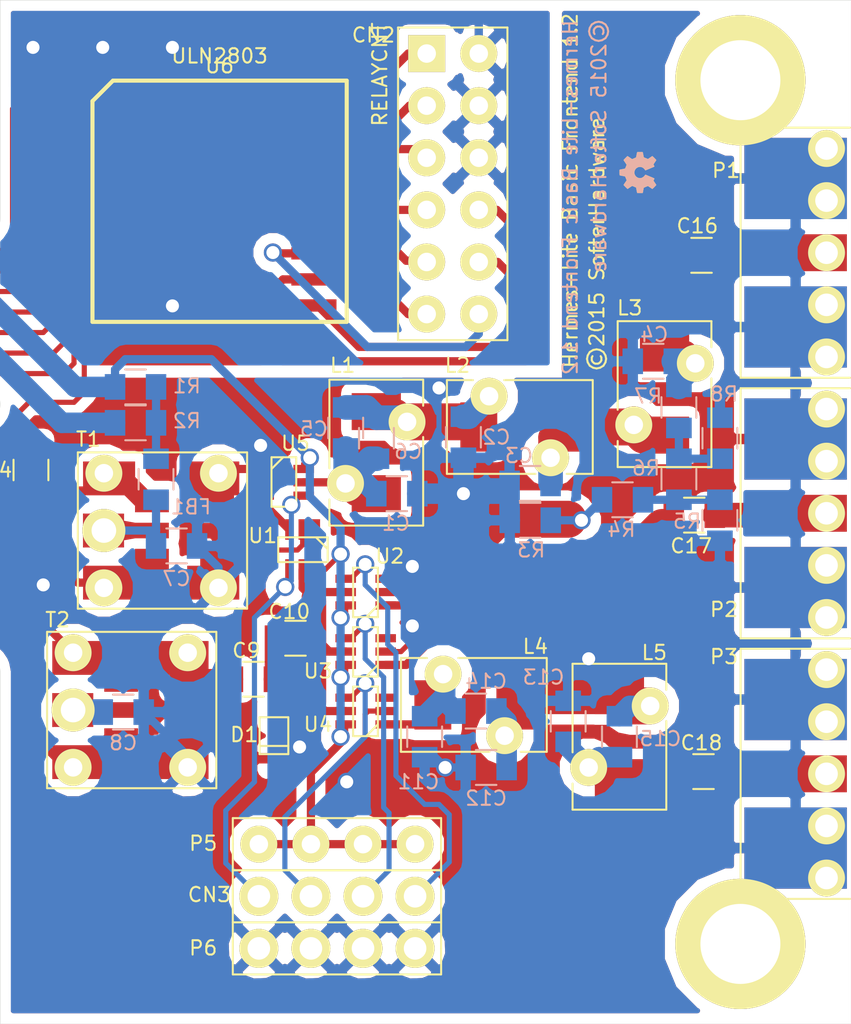
<source format=kicad_pcb>
(kicad_pcb (version 4) (host pcbnew 0.201509182047+6202~30~ubuntu14.04.1-product)
  (title_block (title "Hermes-Lite Basic RF Frontend") (date 2015-09-20) (rev 1.2) (company SofterHardware) (comment 1 KF7O))
  (layers (0 F.Cu signal hide) (31 B.Cu signal hide) (34 B.Paste user hide) (35 F.Paste user hide) (36 B.SilkS user) (37 F.SilkS user) (38 B.Mask user hide) (39 F.Mask user hide) (44 Edge.Cuts user))
  (net 0 "")
  (net 1 "Net-(CN1-PadA11)")
  (net 2 "Net-(CN1-PadB2)")
  (net 3 "Net-(CN1-PadB3)")
  (net 4 "Net-(CN1-PadB5)")
  (net 5 "Net-(CN1-PadB6)")
  (net 6 "Net-(CN1-PadB8)")
  (net 7 "Net-(CN1-PadB9)")
  (net 8 "Net-(CN1-PadB11)")
  (net 9 "Net-(CN1-PadB12)")
  (net 10 "Net-(CN1-PadB13)")
  (net 11 "Net-(CN1-PadB14)")
  (net 12 "Net-(CN1-PadB15)")
  (net 13 "Net-(CN1-PadB16)")
  (net 14 "Net-(CN1-PadB17)")
  (net 15 "Net-(CN1-PadB18)")
  (net 16 GND)
  (net 17 "Net-(C1-Pad1)")
  (net 18 "Net-(C2-Pad1)")
  (net 19 "Net-(C3-Pad1)")
  (net 20 "Net-(FB1-Pad2)")
  (net 21 "Net-(C7-Pad1)")
  (net 22 "Net-(C8-Pad1)")
  (net 23 "Net-(C10-Pad2)")
  (net 24 "Net-(C9-Pad2)")
  (net 25 "Net-(C10-Pad1)")
  (net 26 "Net-(C11-Pad1)")
  (net 27 "Net-(C12-Pad1)")
  (net 28 "Net-(C13-Pad1)")
  (net 29 "Net-(CN1-PadA12)")
  (net 30 5V)
  (net 31 3V)
  (net 32 GNDREF)
  (net 33 "Net-(CN2-Pad1)")
  (net 34 "Net-(CN2-Pad3)")
  (net 35 "Net-(CN2-Pad5)")
  (net 36 "Net-(CN2-Pad7)")
  (net 37 "Net-(CN2-Pad8)")
  (net 38 "Net-(CN2-Pad9)")
  (net 39 TR)
  (net 40 TAP)
  (net 41 RX2)
  (net 42 RX3)
  (net 43 "Net-(R3-Pad1)")
  (net 44 "Net-(R4-Pad1)")
  (net 45 "Net-(R6-Pad1)")
  (net 46 "Net-(T1-Pad5)")
  (net 47 "Net-(U1-Pad1)")
  (net 48 "Net-(U1-Pad3)")
  (net 49 "Net-(U2-Pad3)")
  (net 50 "Net-(U3-Pad3)")
  (net 51 "Net-(U4-Pad3)")
  (net 52 "Net-(C16-Pad1)")
  (net 53 "Net-(C16-Pad2)")
  (net 54 "Net-(C17-Pad1)")
  (net 55 "Net-(C17-Pad2)")
  (net 56 "Net-(C18-Pad2)")
  (net 57 "Net-(CN2-Pad11)")
  (net 58 "Net-(CN2-Pad10)")
  (net 59 "Net-(CN2-Pad12)")
  (module HERMESLITE:PSOP-18 (layer F.Cu) (at 110.1 82.2)
    (fp_text reference U6 (at 0 -6.6) (layer F.SilkS) (effects (font (size 0.7 0.7) (thickness 0.1))))
    (fp_text value ULN2803 (at 0 -7.08) (layer F.SilkS) (effects (font (size 0.7 0.7) (thickness 0.1))))
    (pad 1 smd rect (at -4.6 -5.08) (size 2.2 0.6) (layers F.Cu F.Paste F.Mask) (net 15 "Net-(CN1-PadB18)"))
    (pad 2 smd rect (at -4.6 -3.81) (size 2.2 0.6) (layers F.Cu F.Paste F.Mask) (net 14 "Net-(CN1-PadB17)"))
    (pad 3 smd rect (at -4.6 -2.54) (size 2.2 0.6) (layers F.Cu F.Paste F.Mask) (net 13 "Net-(CN1-PadB16)"))
    (pad 4 smd rect (at -4.6 -1.27) (size 2.2 0.6) (layers F.Cu F.Paste F.Mask) (net 12 "Net-(CN1-PadB15)"))
    (pad 5 smd rect (at -4.6 0) (size 2.2 0.6) (layers F.Cu F.Paste F.Mask) (net 11 "Net-(CN1-PadB14)"))
    (pad 6 smd rect (at -4.6 1.27) (size 2.2 0.6) (layers F.Cu F.Paste F.Mask) (net 10 "Net-(CN1-PadB13)"))
    (pad 7 smd rect (at -4.6 2.54) (size 2.2 0.6) (layers F.Cu F.Paste F.Mask) (net 9 "Net-(CN1-PadB12)"))
    (pad 8 smd rect (at -4.6 3.81) (size 2.2 0.6) (layers F.Cu F.Paste F.Mask) (net 8 "Net-(CN1-PadB11)"))
    (pad 9 smd rect (at -4.6 5.08) (size 2.2 0.6) (layers F.Cu F.Paste F.Mask) (net 32 GNDREF))
    (pad 18 smd rect (at 4.6 -5.08) (size 2.2 0.6) (layers F.Cu F.Paste F.Mask) (net 33 "Net-(CN2-Pad1)"))
    (pad 17 smd rect (at 4.6 -3.81) (size 2.2 0.6) (layers F.Cu F.Paste F.Mask) (net 34 "Net-(CN2-Pad3)"))
    (pad 16 smd rect (at 4.6 -2.54) (size 2.2 0.6) (layers F.Cu F.Paste F.Mask) (net 35 "Net-(CN2-Pad5)"))
    (pad 15 smd rect (at 4.6 -1.27) (size 2.2 0.6) (layers F.Cu F.Paste F.Mask) (net 36 "Net-(CN2-Pad7)"))
    (pad 14 smd rect (at 4.6 0) (size 2.2 0.6) (layers F.Cu F.Paste F.Mask) (net 38 "Net-(CN2-Pad9)"))
    (pad 13 smd rect (at 4.6 1.27) (size 2.2 0.6) (layers F.Cu F.Paste F.Mask) (net 57 "Net-(CN2-Pad11)"))
    (pad 12 smd rect (at 4.6 2.54) (size 2.2 0.6) (layers F.Cu F.Paste F.Mask) (net 59 "Net-(CN2-Pad12)"))
    (pad 11 smd rect (at 4.6 3.81) (size 2.2 0.6) (layers F.Cu F.Paste F.Mask) (net 37 "Net-(CN2-Pad8)"))
    (pad 10 smd rect (at 4.6 5.08) (size 2.2 0.6) (layers F.Cu F.Paste F.Mask) (net 58 "Net-(CN2-Pad10)"))
  )
  (module HERMESLITE:rfconnector (layer F.Cu) (at 140.843 110.109)
    (fp_text reference P3 (at -6.143 -5.709) (layer F.SilkS) (effects (font (size 0.7 0.7) (thickness 0.1))))
    (fp_text value SMA/BNC/HDR)
    (pad 2 thru_hole circle (at -1.143 5.08) (size 1.8 1.8) (drill 1.1) (layers *.Cu *.Mask F.SilkS) (net 16 GND))
    (pad 2 thru_hole circle (at -1.143 -5.08) (size 1.8 1.8) (drill 1.1) (layers *.Cu *.Mask F.SilkS) (net 16 GND))
    (pad 1 smd rect (at -2.65 0) (size 5 1.8) (layers F.Cu F.Paste F.Mask) (net 56 "Net-(C18-Pad2)"))
    (pad 2 smd rect (at -2.65 -3.62) (size 5 3.96) (layers F.Cu F.Paste F.Mask) (net 16 GND))
    (pad 2 smd rect (at -2.65 3.62) (size 5 3.96) (layers F.Cu F.Paste F.Mask) (net 16 GND))
    (pad 2 smd rect (at -2.65 -3.62) (size 5 3.96) (layers B.Cu B.Paste B.Mask) (net 16 GND))
    (pad 2 smd rect (at -2.65 3.62) (size 5 3.96) (layers B.Cu B.Paste B.Mask) (net 16 GND))
    (pad 2 thru_hole circle (at -1.143 2.54) (size 1.8 1.8) (drill 1.1) (layers *.Cu *.Mask F.SilkS) (net 16 GND))
    (pad 2 thru_hole circle (at -1.143 -2.54) (size 1.8 1.8) (drill 1.1) (layers *.Cu *.Mask F.SilkS) (net 16 GND))
    (pad 1 thru_hole circle (at -1.143 0) (size 1.8 1.8) (drill 1.1) (layers *.Cu *.Mask F.SilkS) (net 56 "Net-(C18-Pad2)"))
  )
  (module HERMESLITE:rfconnector (layer F.Cu) (at 140.843 97.409)
    (fp_text reference P2 (at -6.143 4.691) (layer F.SilkS) (effects (font (size 0.7 0.7) (thickness 0.1))))
    (fp_text value SMA/BNC/HDR)
    (pad 2 thru_hole circle (at -1.143 5.08) (size 1.8 1.8) (drill 1.1) (layers *.Cu *.Mask F.SilkS) (net 16 GND))
    (pad 2 thru_hole circle (at -1.143 -5.08) (size 1.8 1.8) (drill 1.1) (layers *.Cu *.Mask F.SilkS) (net 16 GND))
    (pad 1 smd rect (at -2.65 0) (size 5 1.8) (layers F.Cu F.Paste F.Mask) (net 55 "Net-(C17-Pad2)"))
    (pad 2 smd rect (at -2.65 -3.62) (size 5 3.96) (layers F.Cu F.Paste F.Mask) (net 16 GND))
    (pad 2 smd rect (at -2.65 3.62) (size 5 3.96) (layers F.Cu F.Paste F.Mask) (net 16 GND))
    (pad 2 smd rect (at -2.65 -3.62) (size 5 3.96) (layers B.Cu B.Paste B.Mask) (net 16 GND))
    (pad 2 smd rect (at -2.65 3.62) (size 5 3.96) (layers B.Cu B.Paste B.Mask) (net 16 GND))
    (pad 2 thru_hole circle (at -1.143 2.54) (size 1.8 1.8) (drill 1.1) (layers *.Cu *.Mask F.SilkS) (net 16 GND))
    (pad 2 thru_hole circle (at -1.143 -2.54) (size 1.8 1.8) (drill 1.1) (layers *.Cu *.Mask F.SilkS) (net 16 GND))
    (pad 1 thru_hole circle (at -1.143 0) (size 1.8 1.8) (drill 1.1) (layers *.Cu *.Mask F.SilkS) (net 55 "Net-(C17-Pad2)"))
  )
  (module HERMESLITE:rfconnector (layer F.Cu) (at 140.843 84.709)
    (fp_text reference P1 (at -6.043 -4.009) (layer F.SilkS) (effects (font (size 0.7 0.7) (thickness 0.1))))
    (fp_text value SMA/BNC/HDR)
    (pad 2 thru_hole circle (at -1.143 5.08) (size 1.8 1.8) (drill 1.1) (layers *.Cu *.Mask F.SilkS) (net 16 GND))
    (pad 2 thru_hole circle (at -1.143 -5.08) (size 1.8 1.8) (drill 1.1) (layers *.Cu *.Mask F.SilkS) (net 16 GND))
    (pad 1 smd rect (at -2.65 0) (size 5 1.8) (layers F.Cu F.Paste F.Mask) (net 53 "Net-(C16-Pad2)"))
    (pad 2 smd rect (at -2.65 -3.62) (size 5 3.96) (layers F.Cu F.Paste F.Mask) (net 16 GND))
    (pad 2 smd rect (at -2.65 3.62) (size 5 3.96) (layers F.Cu F.Paste F.Mask) (net 16 GND))
    (pad 2 smd rect (at -2.65 -3.62) (size 5 3.96) (layers B.Cu B.Paste B.Mask) (net 16 GND))
    (pad 2 smd rect (at -2.65 3.62) (size 5 3.96) (layers B.Cu B.Paste B.Mask) (net 16 GND))
    (pad 2 thru_hole circle (at -1.143 2.54) (size 1.8 1.8) (drill 1.1) (layers *.Cu *.Mask F.SilkS) (net 16 GND))
    (pad 2 thru_hole circle (at -1.143 -2.54) (size 1.8 1.8) (drill 1.1) (layers *.Cu *.Mask F.SilkS) (net 16 GND))
    (pad 1 thru_hole circle (at -1.143 0) (size 1.8 1.8) (drill 1.1) (layers *.Cu *.Mask F.SilkS) (net 53 "Net-(C16-Pad2)"))
  )
  (module HERMESLITE:inductor (layer F.Cu) (at 129.6 108.3 270)
    (fp_text reference L5 (at -4.1 -1.7 360) (layer F.SilkS) (effects (font (size 0.7 0.7) (thickness 0.1))))
    (fp_text value 390nH)
    (pad 1 smd rect (at -2 0 270) (size 1.8 2.4) (layers F.Cu F.Paste F.Mask) (net 27 "Net-(C12-Pad1)"))
    (pad 2 smd rect (at 2 0 270) (size 1.8 2.4) (layers F.Cu F.Paste F.Mask) (net 28 "Net-(C13-Pad1)"))
    (pad 1 thru_hole circle (at -1.5 -1.5 270) (size 1.8 1.8) (drill 0.9) (layers *.Cu *.Mask F.SilkS) (net 27 "Net-(C12-Pad1)"))
    (pad 2 thru_hole circle (at 1.5 1.5 270) (size 1.8 1.8) (drill 0.9) (layers *.Cu *.Mask F.SilkS) (net 28 "Net-(C13-Pad1)"))
  )
  (module HERMESLITE:inductor (layer F.Cu) (at 122.5 106.75)
    (fp_text reference L4 (at 3 -2.85) (layer F.SilkS) (effects (font (size 0.7 0.7) (thickness 0.1))))
    (fp_text value 390nH)
    (pad 1 smd rect (at -2 0) (size 1.8 2.4) (layers F.Cu F.Paste F.Mask) (net 26 "Net-(C11-Pad1)"))
    (pad 2 smd rect (at 2 0) (size 1.8 2.4) (layers F.Cu F.Paste F.Mask) (net 27 "Net-(C12-Pad1)"))
    (pad 1 thru_hole circle (at -1.5 -1.5) (size 1.8 1.8) (drill 0.9) (layers *.Cu *.Mask F.SilkS) (net 26 "Net-(C11-Pad1)"))
    (pad 2 thru_hole circle (at 1.5 1.5) (size 1.8 1.8) (drill 0.9) (layers *.Cu *.Mask F.SilkS) (net 27 "Net-(C12-Pad1)"))
  )
  (module HERMESLITE:inductor (layer F.Cu) (at 131.8 91.6 90)
    (fp_text reference L3 (at 4.2 -1.7 180) (layer F.SilkS) (effects (font (size 0.7 0.7) (thickness 0.1))))
    (fp_text value 0H)
    (pad 1 smd rect (at -2 0 90) (size 1.8 2.4) (layers F.Cu F.Paste F.Mask) (net 19 "Net-(C3-Pad1)"))
    (pad 2 smd rect (at 2 0 90) (size 1.8 2.4) (layers F.Cu F.Paste F.Mask) (net 52 "Net-(C16-Pad1)"))
    (pad 1 thru_hole circle (at -1.5 -1.5 90) (size 1.8 1.8) (drill 0.9) (layers *.Cu *.Mask F.SilkS) (net 19 "Net-(C3-Pad1)"))
    (pad 2 thru_hole circle (at 1.5 1.5 90) (size 1.8 1.8) (drill 0.9) (layers *.Cu *.Mask F.SilkS) (net 52 "Net-(C16-Pad1)"))
  )
  (module HERMESLITE:inductor (layer F.Cu) (at 124.742 93.203)
    (fp_text reference L2 (at -3.042 -3.003) (layer F.SilkS) (effects (font (size 0.7 0.7) (thickness 0.1))))
    (fp_text value 270nH)
    (pad 1 smd rect (at -2 0) (size 1.8 2.4) (layers F.Cu F.Paste F.Mask) (net 18 "Net-(C2-Pad1)"))
    (pad 2 smd rect (at 2 0) (size 1.8 2.4) (layers F.Cu F.Paste F.Mask) (net 19 "Net-(C3-Pad1)"))
    (pad 1 thru_hole circle (at -1.5 -1.5) (size 1.8 1.8) (drill 0.9) (layers *.Cu *.Mask F.SilkS) (net 18 "Net-(C2-Pad1)"))
    (pad 2 thru_hole circle (at 1.5 1.5) (size 1.8 1.8) (drill 0.9) (layers *.Cu *.Mask F.SilkS) (net 19 "Net-(C3-Pad1)"))
  )
  (module HERMESLITE:inductor (layer F.Cu) (at 117.742 94.453 90)
    (fp_text reference L1 (at 4.253 -1.642 180) (layer F.SilkS) (effects (font (size 0.7 0.7) (thickness 0.1))))
    (fp_text value 150nH)
    (pad 1 smd rect (at -2 0 90) (size 1.8 2.4) (layers F.Cu F.Paste F.Mask) (net 17 "Net-(C1-Pad1)"))
    (pad 2 smd rect (at 2 0 90) (size 1.8 2.4) (layers F.Cu F.Paste F.Mask) (net 18 "Net-(C2-Pad1)"))
    (pad 1 thru_hole circle (at -1.5 -1.5 90) (size 1.8 1.8) (drill 0.9) (layers *.Cu *.Mask F.SilkS) (net 17 "Net-(C1-Pad1)"))
    (pad 2 thru_hole circle (at 1.5 1.5 90) (size 1.8 1.8) (drill 0.9) (layers *.Cu *.Mask F.SilkS) (net 18 "Net-(C2-Pad1)"))
  )
  (module HERMESLITE:SOD323 (layer F.Cu) (at 112.75 108.25 270)
    (fp_text reference D1 (at -0.05 1.45 360) (layer F.SilkS) (effects (font (size 0.7 0.7) (thickness 0.1))))
    (fp_text value DIODESCH2 hide)
    (pad 2 smd rect (at 1.09982 0 270) (size 1.00076 0.59944) (layers F.Cu F.Paste F.Mask) (net 16 GND))
    (pad 1 smd rect (at -1.09982 0 270) (size 1.00076 0.59944) (layers F.Cu F.Paste F.Mask) (net 23 "Net-(C10-Pad2)"))
  )
  (module HERMESLITE:4pinmid (layer F.Cu) (at 112.014 116.078 270)
    (fp_text reference CN3 (at -0.078 2.414 360) (layer F.SilkS) (effects (font (size 0.7 0.7) (thickness 0.1))))
    (fp_text value RXCNT)
    (pad 1 thru_hole circle (at 0 0 270) (size 1.9 1.9) (drill 1.1) (layers *.Cu *.Mask F.SilkS) (net 39 TR))
    (pad 2 thru_hole circle (at 0 -2.54 270) (size 1.9 1.9) (drill 1.1) (layers *.Cu *.Mask F.SilkS) (net 42 RX3))
    (pad 3 thru_hole circle (at 0 -5.08 270) (size 1.9 1.9) (drill 1.1) (layers *.Cu *.Mask F.SilkS) (net 41 RX2))
    (pad 4 thru_hole circle (at 0 -7.62 270) (size 1.9 1.9) (drill 1.1) (layers *.Cu *.Mask F.SilkS) (net 40 TAP))
  )
  (module HERMESLITE:MH (layer F.Cu) (at 135.5 118.4)
    (fp_text reference MH hide)
    (fp_text value VAL** hide)
    (pad "" np_thru_hole circle (at 0 0) (size 6.35 6.35) (drill 3.9) (layers *.Cu *.Mask F.SilkS))
  )
  (module HERMESLITE:MH (layer F.Cu) (at 135.5 76.3)
    (fp_text reference MH hide)
    (fp_text value VAL** hide)
    (pad "" np_thru_hole circle (at 0 0) (size 6.35 6.35) (drill 3.9) (layers *.Cu *.Mask F.SilkS))
  )
  (module HERMESLITE:EDGE (layer B.Cu) (at 91 92.1 90)
    (fp_text reference CN1 (at -10.1 6.8 90) (layer B.SilkS) (effects (font (size 0.7 0.7) (thickness 0.1)) (justify mirror)))
    (fp_text value EDGE (at 6.1 6.8 90) (layer B.SilkS) (effects (font (size 0.7 0.7) (thickness 0.1)) (justify mirror)))
    (fp_line (start -13 8.4) (end -14 8.4) (layer Edge.Cuts) (width 0.02))
    (fp_line (start 9.05 8.4) (end 10 8.4) (layer Edge.Cuts) (width 0.02))
    (fp_arc (start -13.05 7.45) (end -13.05 8.4) (angle -90) (layer Edge.Cuts) (width 0.02))
    (fp_line (start -11.75 0) (end -12.1 0.35) (layer Edge.Cuts) (width 0.02))
    (fp_line (start -12.1 0.35) (end -12.1 7.45) (layer Edge.Cuts) (width 0.02))
    (fp_line (start -1.3 0) (end -11.75 0) (layer Edge.Cuts) (width 0.02))
    (fp_arc (start 9.05 7.45) (end 8.1 7.45) (angle -90) (layer Edge.Cuts) (width 0.02))
    (fp_line (start 7.75 0) (end 8.1 0.35) (layer Edge.Cuts) (width 0.02))
    (fp_line (start 8.1 0.35) (end 8.1 7.45) (layer Edge.Cuts) (width 0.02))
    (fp_line (start 0.95 7.45) (end 0.95 0.35) (layer Edge.Cuts) (width 0.02))
    (fp_line (start 0.95 0.35) (end 1.3 0) (layer Edge.Cuts) (width 0.02))
    (fp_line (start 1.3 0) (end 7.75 0) (layer Edge.Cuts) (width 0.02))
    (fp_line (start -0.95 0.35) (end -0.95 7.45) (layer Edge.Cuts) (width 0.02))
    (fp_line (start -0.95 0.35) (end -1.3 0) (layer Edge.Cuts) (width 0.02))
    (fp_arc (start 0 7.45) (end -0.95 7.45) (angle -90) (layer Edge.Cuts) (width 0.02))
    (fp_arc (start 0 7.45) (end 0 8.4) (angle -90) (layer Edge.Cuts) (width 0.02))
    (pad A1 smd rect (at -11.5 3.5 90) (size 0.7 4.2) (layers B.Cu B.Mask) (net 16 GND))
    (pad A2 smd rect (at -10.5 3.5 90) (size 0.7 4.2) (layers B.Cu B.Mask) (net 16 GND))
    (pad A3 smd rect (at -9.5 3.5 90) (size 0.7 4.2) (layers B.Cu B.Mask) (net 16 GND))
    (pad A4 smd rect (at -8.5 3.5 90) (size 0.7 4.2) (layers B.Cu B.Mask) (net 16 GND))
    (pad A5 smd rect (at -7.5 3.5 90) (size 0.7 4.2) (layers B.Cu B.Mask) (net 16 GND))
    (pad A6 smd rect (at -6.5 3.5 90) (size 0.7 4.2) (layers B.Cu B.Mask) (net 16 GND))
    (pad A7 smd rect (at -5.5 3.5 90) (size 0.7 4.2) (layers B.Cu B.Mask) (net 16 GND))
    (pad A8 smd rect (at -4.5 3.5 90) (size 0.7 4.2) (layers B.Cu B.Mask) (net 16 GND))
    (pad A9 smd rect (at -3.5 3.5 90) (size 0.7 4.2) (layers B.Cu B.Mask) (net 16 GND))
    (pad A10 smd rect (at -2.5 3.5 90) (size 0.7 4.2) (layers B.Cu B.Mask) (net 16 GND))
    (pad A11 smd rect (at -1.5 3.5 90) (size 0.7 4.2) (layers B.Cu B.Mask) (net 1 "Net-(CN1-PadA11)"))
    (pad A12 smd rect (at 1.5 3.5 90) (size 0.7 4.2) (layers B.Cu B.Mask) (net 29 "Net-(CN1-PadA12)"))
    (pad A13 smd rect (at 2.5 3.5 90) (size 0.7 4.2) (layers B.Cu B.Mask) (net 30 5V))
    (pad A14 smd rect (at 3.5 3.5 90) (size 0.7 4.2) (layers B.Cu B.Mask) (net 30 5V))
    (pad A15 smd rect (at 4.5 3.5 90) (size 0.7 4.2) (layers B.Cu B.Mask) (net 31 3V))
    (pad A16 smd rect (at 5.5 3.5 90) (size 0.7 4.2) (layers B.Cu B.Mask) (net 31 3V))
    (pad A17 smd rect (at 6.5 3.5 90) (size 0.7 4.2) (layers B.Cu B.Mask) (net 32 GNDREF))
    (pad A18 smd rect (at 7.5 3.5 90) (size 0.7 4.2) (layers B.Cu B.Mask) (net 32 GNDREF))
    (pad B1 smd rect (at -11.5 3.5 90) (size 0.7 4.2) (layers F.Cu F.Mask) (net 16 GND))
    (pad B2 smd rect (at -10.5 3.5 90) (size 0.7 4.2) (layers F.Cu F.Mask) (net 2 "Net-(CN1-PadB2)"))
    (pad B3 smd rect (at -9.5 3.5 90) (size 0.7 4.2) (layers F.Cu F.Mask) (net 3 "Net-(CN1-PadB3)"))
    (pad B4 smd rect (at -8.5 3.5 90) (size 0.7 4.2) (layers F.Cu F.Mask) (net 16 GND))
    (pad B5 smd rect (at -7.5 3.5 90) (size 0.7 4.2) (layers F.Cu F.Mask) (net 4 "Net-(CN1-PadB5)"))
    (pad B6 smd rect (at -6.5 3.5 90) (size 0.7 4.2) (layers F.Cu F.Mask) (net 5 "Net-(CN1-PadB6)"))
    (pad B7 smd rect (at -5.5 3.5 90) (size 0.7 4.2) (layers F.Cu F.Mask) (net 16 GND))
    (pad B8 smd rect (at -4.5 3.5 90) (size 0.7 4.2) (layers F.Cu F.Mask) (net 6 "Net-(CN1-PadB8)"))
    (pad B9 smd rect (at -3.5 3.5 90) (size 0.7 4.2) (layers F.Cu F.Mask) (net 7 "Net-(CN1-PadB9)"))
    (pad B10 smd rect (at -2.5 3.5 90) (size 0.7 4.2) (layers F.Cu F.Mask) (net 16 GND))
    (pad B11 smd rect (at -1.5 3.5 90) (size 0.7 4.2) (layers F.Cu F.Mask) (net 8 "Net-(CN1-PadB11)"))
    (pad B12 smd rect (at 1.5 3.5 90) (size 0.7 4.2) (layers F.Cu F.Mask) (net 9 "Net-(CN1-PadB12)"))
    (pad B13 smd rect (at 2.5 3.5 90) (size 0.7 4.2) (layers F.Cu F.Mask) (net 10 "Net-(CN1-PadB13)"))
    (pad B14 smd rect (at 3.5 3.5 90) (size 0.7 4.2) (layers F.Cu F.Mask) (net 11 "Net-(CN1-PadB14)"))
    (pad B15 smd rect (at 4.5 3.5 90) (size 0.7 4.2) (layers F.Cu F.Mask) (net 12 "Net-(CN1-PadB15)"))
    (pad B16 smd rect (at 5.5 3.5 90) (size 0.7 4.2) (layers F.Cu F.Mask) (net 13 "Net-(CN1-PadB16)"))
    (pad B17 smd rect (at 6.5 3.5 90) (size 0.7 4.2) (layers F.Cu F.Mask) (net 14 "Net-(CN1-PadB17)"))
    (pad B18 smd rect (at 7.5 3.5 90) (size 0.7 4.2) (layers F.Cu F.Mask) (net 15 "Net-(CN1-PadB18)"))
  )
  (module Capacitors_SMD:C_0805 (layer B.Cu) (at 118.742 96.453)
    (fp_text reference C1 (at -0.042 1.447) (layer B.SilkS) (effects (font (size 0.7 0.7) (thickness 0.1)) (justify mirror)))
    (fp_text value 110pF)
    (pad 1 smd rect (at -1 0) (size 1 1.25) (layers B.Cu B.Paste B.Mask) (net 17 "Net-(C1-Pad1)"))
    (pad 2 smd rect (at 1 0) (size 1 1.25) (layers B.Cu B.Paste B.Mask) (net 16 GND))
  )
  (module Capacitors_SMD:C_0805 (layer B.Cu) (at 121.992 93.703 270)
    (fp_text reference C2 (at -0.003 -1.608 360) (layer B.SilkS) (effects (font (size 0.7 0.7) (thickness 0.1)) (justify mirror)))
    (fp_text value 220pF)
    (pad 1 smd rect (at -1 0 270) (size 1 1.25) (layers B.Cu B.Paste B.Mask) (net 18 "Net-(C2-Pad1)"))
    (pad 2 smd rect (at 1 0 270) (size 1 1.25) (layers B.Cu B.Paste B.Mask) (net 16 GND))
  )
  (module Capacitors_SMD:C_0805 (layer B.Cu) (at 125.242 95.953 180)
    (fp_text reference C3 (at 0.542 1.353 180) (layer B.SilkS) (effects (font (size 0.7 0.7) (thickness 0.1)) (justify mirror)))
    (fp_text value 160pF)
    (pad 1 smd rect (at -1 0 180) (size 1 1.25) (layers B.Cu B.Paste B.Mask) (net 19 "Net-(C3-Pad1)"))
    (pad 2 smd rect (at 1 0 180) (size 1 1.25) (layers B.Cu B.Paste B.Mask) (net 16 GND))
  )
  (module Capacitors_SMD:C_0805 (layer B.Cu) (at 131.25 90 180)
    (fp_text reference C4 (at -0.05 1.3 360) (layer B.SilkS) (effects (font (size 0.7 0.7) (thickness 0.1)) (justify mirror)))
    (fp_text value DNI)
    (pad 1 smd rect (at -1 0 180) (size 1 1.25) (layers B.Cu B.Paste B.Mask) (net 52 "Net-(C16-Pad1)"))
    (pad 2 smd rect (at 1 0 180) (size 1 1.25) (layers B.Cu B.Paste B.Mask) (net 16 GND))
  )
  (module Capacitors_SMD:C_0805 (layer B.Cu) (at 116.25 93.25 270)
    (fp_text reference C5 (at 0.05 1.55 360) (layer B.SilkS) (effects (font (size 0.7 0.7) (thickness 0.1)) (justify mirror)))
    (fp_text value 8.4pF)
    (pad 1 smd rect (at -1 0 270) (size 1 1.25) (layers B.Cu B.Paste B.Mask) (net 18 "Net-(C2-Pad1)"))
    (pad 2 smd rect (at 1 0 270) (size 1 1.25) (layers B.Cu B.Paste B.Mask) (net 17 "Net-(C1-Pad1)"))
  )
  (module Capacitors_SMD:C_0805 (layer B.Cu) (at 117.75 93.75 270)
    (fp_text reference C6 (at 0.65 -1.55 360) (layer B.SilkS) (effects (font (size 0.7 0.7) (thickness 0.1)) (justify mirror)))
    (fp_text value 75pF)
    (pad 1 smd rect (at -1 0 270) (size 1 1.25) (layers B.Cu B.Paste B.Mask) (net 18 "Net-(C2-Pad1)"))
    (pad 2 smd rect (at 1 0 270) (size 1 1.25) (layers B.Cu B.Paste B.Mask) (net 17 "Net-(C1-Pad1)"))
  )
  (module Capacitors_SMD:C_0805 (layer B.Cu) (at 108 99)
    (fp_text reference C7 (at 0 1.6) (layer B.SilkS) (effects (font (size 0.7 0.7) (thickness 0.1)) (justify mirror)))
    (fp_text value 0.1uF)
    (pad 1 smd rect (at -1 0) (size 1 1.25) (layers B.Cu B.Paste B.Mask) (net 21 "Net-(C7-Pad1)"))
    (pad 2 smd rect (at 1 0) (size 1 1.25) (layers B.Cu B.Paste B.Mask) (net 16 GND))
  )
  (module Capacitors_SMD:C_0805 (layer B.Cu) (at 105.4 107.1)
    (fp_text reference C8 (at 0 1.5) (layer B.SilkS) (effects (font (size 0.7 0.7) (thickness 0.1)) (justify mirror)))
    (fp_text value 0.1uF)
    (pad 1 smd rect (at -1 0) (size 1 1.25) (layers B.Cu B.Paste B.Mask) (net 22 "Net-(C8-Pad1)"))
    (pad 2 smd rect (at 1 0) (size 1 1.25) (layers B.Cu B.Paste B.Mask) (net 16 GND))
  )
  (module Capacitors_SMD:C_0805 (layer F.Cu) (at 111.75 105.5 180)
    (fp_text reference C9 (at 0.35 1.4 180) (layer F.SilkS) (effects (font (size 0.7 0.7) (thickness 0.1))))
    (fp_text value 0.1uF)
    (pad 1 smd rect (at -1 0 180) (size 1 1.25) (layers F.Cu F.Paste F.Mask) (net 23 "Net-(C10-Pad2)"))
    (pad 2 smd rect (at 1 0 180) (size 1 1.25) (layers F.Cu F.Paste F.Mask) (net 24 "Net-(C9-Pad2)"))
  )
  (module Capacitors_SMD:C_0805 (layer F.Cu) (at 113.8 103.5 180)
    (fp_text reference C10 (at 0.3 1.3 180) (layer F.SilkS) (effects (font (size 0.7 0.7) (thickness 0.1))))
    (fp_text value 0.1uF)
    (pad 1 smd rect (at -1 0 180) (size 1 1.25) (layers F.Cu F.Paste F.Mask) (net 25 "Net-(C10-Pad1)"))
    (pad 2 smd rect (at 1 0 180) (size 1 1.25) (layers F.Cu F.Paste F.Mask) (net 23 "Net-(C10-Pad2)"))
  )
  (module Capacitors_SMD:C_0805 (layer B.Cu) (at 120.1 108.3 270)
    (fp_text reference C11 (at 2.2 0.3 360) (layer B.SilkS) (effects (font (size 0.7 0.7) (thickness 0.1)) (justify mirror)))
    (fp_text value 100pF)
    (pad 1 smd rect (at -1 0 270) (size 1 1.25) (layers B.Cu B.Paste B.Mask) (net 26 "Net-(C11-Pad1)"))
    (pad 2 smd rect (at 1 0 270) (size 1 1.25) (layers B.Cu B.Paste B.Mask) (net 16 GND))
  )
  (module Capacitors_SMD:C_0805 (layer B.Cu) (at 123.1 109.8 180)
    (fp_text reference C12 (at 0 -1.5 180) (layer B.SilkS) (effects (font (size 0.7 0.7) (thickness 0.1)) (justify mirror)))
    (fp_text value 180pF)
    (pad 1 smd rect (at -1 0 180) (size 1 1.25) (layers B.Cu B.Paste B.Mask) (net 27 "Net-(C12-Pad1)"))
    (pad 2 smd rect (at 1 0 180) (size 1 1.25) (layers B.Cu B.Paste B.Mask) (net 16 GND))
  )
  (module Capacitors_SMD:C_0805 (layer B.Cu) (at 127.1 107.55 90)
    (fp_text reference C13 (at 2.15 -1.2 180) (layer B.SilkS) (effects (font (size 0.7 0.7) (thickness 0.1)) (justify mirror)))
    (fp_text value 100pF)
    (pad 1 smd rect (at -1 0 90) (size 1 1.25) (layers B.Cu B.Paste B.Mask) (net 28 "Net-(C13-Pad1)"))
    (pad 2 smd rect (at 1 0 90) (size 1 1.25) (layers B.Cu B.Paste B.Mask) (net 16 GND))
  )
  (module Capacitors_SMD:C_0805 (layer B.Cu) (at 122.6 107.05 180)
    (fp_text reference C14 (at -0.5 1.45 180) (layer B.SilkS) (effects (font (size 0.7 0.7) (thickness 0.1)) (justify mirror)))
    (fp_text value DNI)
    (pad 1 smd rect (at -1 0 180) (size 1 1.25) (layers B.Cu B.Paste B.Mask) (net 27 "Net-(C12-Pad1)"))
    (pad 2 smd rect (at 1 0 180) (size 1 1.25) (layers B.Cu B.Paste B.Mask) (net 26 "Net-(C11-Pad1)"))
  )
  (module Capacitors_SMD:C_0805 (layer B.Cu) (at 129.6 108.3 90)
    (fp_text reference C15 (at -0.1 2 180) (layer B.SilkS) (effects (font (size 0.7 0.7) (thickness 0.1)) (justify mirror)))
    (fp_text value DNI)
    (pad 1 smd rect (at -1 0 90) (size 1 1.25) (layers B.Cu B.Paste B.Mask) (net 28 "Net-(C13-Pad1)"))
    (pad 2 smd rect (at 1 0 90) (size 1 1.25) (layers B.Cu B.Paste B.Mask) (net 27 "Net-(C12-Pad1)"))
  )
  (module Capacitors_SMD:C_0805 (layer B.Cu) (at 107 95.75 90)
    (fp_text reference FB1 (at -1.35 1.7 180) (layer B.SilkS) (effects (font (size 0.7 0.7) (thickness 0.1)) (justify mirror)))
    (fp_text value FB)
    (pad 1 smd rect (at -1 0 90) (size 1 1.25) (layers B.Cu B.Paste B.Mask) (net 21 "Net-(C7-Pad1)"))
    (pad 2 smd rect (at 1 0 90) (size 1 1.25) (layers B.Cu B.Paste B.Mask) (net 20 "Net-(FB1-Pad2)"))
  )
  (module Capacitors_SMD:C_0805 (layer F.Cu) (at 100.9 95.3 270)
    (fp_text reference P4 (at 0 1.6 360) (layer F.SilkS) (effects (font (size 0.7 0.7) (thickness 0.1))))
    (fp_text value CONN_01X02)
    (pad 1 smd rect (at -1 0 270) (size 1 1.25) (layers F.Cu F.Paste F.Mask) (net 7 "Net-(CN1-PadB9)"))
    (pad 2 smd rect (at 1 0 270) (size 1 1.25) (layers F.Cu F.Paste F.Mask) (net 6 "Net-(CN1-PadB8)"))
  )
  (module Capacitors_SMD:C_0805 (layer B.Cu) (at 106 91.25)
    (fp_text reference R1 (at 2.5 -0.05) (layer B.SilkS) (effects (font (size 0.7 0.7) (thickness 0.1)) (justify mirror)))
    (fp_text value 0)
    (pad 1 smd rect (at -1 0) (size 1 1.25) (layers B.Cu B.Paste B.Mask) (net 31 3V))
    (pad 2 smd rect (at 1 0) (size 1 1.25) (layers B.Cu B.Paste B.Mask) (net 20 "Net-(FB1-Pad2)"))
  )
  (module Capacitors_SMD:C_0805 (layer B.Cu) (at 106 93)
    (fp_text reference R2 (at 2.5 -0.1) (layer B.SilkS) (effects (font (size 0.7 0.7) (thickness 0.1)) (justify mirror)))
    (fp_text value DNI)
    (pad 1 smd rect (at -1 0) (size 1 1.25) (layers B.Cu B.Paste B.Mask) (net 30 5V))
    (pad 2 smd rect (at 1 0) (size 1 1.25) (layers B.Cu B.Paste B.Mask) (net 20 "Net-(FB1-Pad2)"))
  )
  (module Capacitors_SMD:C_0805 (layer B.Cu) (at 125.25 97.75 180)
    (fp_text reference R3 (at -0.05 -1.45 180) (layer B.SilkS) (effects (font (size 0.7 0.7) (thickness 0.1)) (justify mirror)))
    (fp_text value DNI)
    (pad 1 smd rect (at -1 0 180) (size 1 1.25) (layers B.Cu B.Paste B.Mask) (net 43 "Net-(R3-Pad1)"))
    (pad 2 smd rect (at 1 0 180) (size 1 1.25) (layers B.Cu B.Paste B.Mask) (net 16 GND))
  )
  (module Capacitors_SMD:C_0805 (layer B.Cu) (at 129.75 96.75 180)
    (fp_text reference R4 (at 0.05 -1.45 180) (layer B.SilkS) (effects (font (size 0.7 0.7) (thickness 0.1)) (justify mirror)))
    (fp_text value 0)
    (pad 1 smd rect (at -1 0 180) (size 1 1.25) (layers B.Cu B.Paste B.Mask) (net 44 "Net-(R4-Pad1)"))
    (pad 2 smd rect (at 1 0 180) (size 1 1.25) (layers B.Cu B.Paste B.Mask) (net 43 "Net-(R3-Pad1)"))
  )
  (module Capacitors_SMD:C_0805 (layer B.Cu) (at 134.5 97.75 270)
    (fp_text reference R5 (at 0.05 1.6 360) (layer B.SilkS) (effects (font (size 0.7 0.7) (thickness 0.1)) (justify mirror)))
    (fp_text value 87)
    (pad 1 smd rect (at -1 0 270) (size 1 1.25) (layers B.Cu B.Paste B.Mask) (net 44 "Net-(R4-Pad1)"))
    (pad 2 smd rect (at 1 0 270) (size 1 1.25) (layers B.Cu B.Paste B.Mask) (net 16 GND))
  )
  (module Capacitors_SMD:C_0805 (layer B.Cu) (at 132.5 95.75 270)
    (fp_text reference R6 (at -0.55 1.6 360) (layer B.SilkS) (effects (font (size 0.7 0.7) (thickness 0.1)) (justify mirror)))
    (fp_text value 43)
    (pad 1 smd rect (at -1 0 270) (size 1 1.25) (layers B.Cu B.Paste B.Mask) (net 45 "Net-(R6-Pad1)"))
    (pad 2 smd rect (at 1 0 270) (size 1 1.25) (layers B.Cu B.Paste B.Mask) (net 44 "Net-(R4-Pad1)"))
  )
  (module Capacitors_SMD:C_0805 (layer B.Cu) (at 132.5 92.25 90)
    (fp_text reference R7 (at 0.55 -1.5 180) (layer B.SilkS) (effects (font (size 0.7 0.7) (thickness 0.1)) (justify mirror)))
    (fp_text value 2.2K)
    (pad 1 smd rect (at -1 0 90) (size 1 1.25) (layers B.Cu B.Paste B.Mask) (net 45 "Net-(R6-Pad1)"))
    (pad 2 smd rect (at 1 0 90) (size 1 1.25) (layers B.Cu B.Paste B.Mask) (net 52 "Net-(C16-Pad1)"))
  )
  (module Capacitors_SMD:C_0805 (layer B.Cu) (at 134.5 93.75 90)
    (fp_text reference R8 (at 2.15 0.2 180) (layer B.SilkS) (effects (font (size 0.7 0.7) (thickness 0.1)) (justify mirror)))
    (fp_text value 76)
    (pad 1 smd rect (at -1 0 90) (size 1 1.25) (layers B.Cu B.Paste B.Mask) (net 45 "Net-(R6-Pad1)"))
    (pad 2 smd rect (at 1 0 90) (size 1 1.25) (layers B.Cu B.Paste B.Mask) (net 16 GND))
  )
  (module Capacitors_SMD:C_0805 (layer F.Cu) (at 133.604 84.836)
    (fp_text reference C16 (at -0.204 -1.436) (layer F.SilkS) (effects (font (size 0.7 0.7) (thickness 0.1))))
    (fp_text value 0.1uF)
    (pad 1 smd rect (at -1 0) (size 1 1.25) (layers F.Cu F.Paste F.Mask) (net 52 "Net-(C16-Pad1)"))
    (pad 2 smd rect (at 1 0) (size 1 1.25) (layers F.Cu F.Paste F.Mask) (net 53 "Net-(C16-Pad2)"))
  )
  (module Capacitors_SMD:C_0805 (layer F.Cu) (at 133.25 97.5)
    (fp_text reference C17 (at -0.15 1.5) (layer F.SilkS) (effects (font (size 0.7 0.7) (thickness 0.1))))
    (fp_text value 0.1uF)
    (pad 1 smd rect (at -1 0) (size 1 1.25) (layers F.Cu F.Paste F.Mask) (net 54 "Net-(C17-Pad1)"))
    (pad 2 smd rect (at 1 0) (size 1 1.25) (layers F.Cu F.Paste F.Mask) (net 55 "Net-(C17-Pad2)"))
  )
  (module Capacitors_SMD:C_0805 (layer F.Cu) (at 133.7 110)
    (fp_text reference C18 (at -0.1 -1.4) (layer F.SilkS) (effects (font (size 0.7 0.7) (thickness 0.1))))
    (fp_text value 0.1uF)
    (pad 1 smd rect (at -1 0) (size 1 1.25) (layers F.Cu F.Paste F.Mask) (net 28 "Net-(C13-Pad1)"))
    (pad 2 smd rect (at 1 0) (size 1 1.25) (layers F.Cu F.Paste F.Mask) (net 56 "Net-(C18-Pad2)"))
  )
  (module HERMESLITE:BREAKOUT (layer F.Cu) (at 120.2 75 270)
    (fp_text reference CN2 (at -0.9 2.6 360) (layer F.SilkS) (effects (font (size 0.7 0.7) (thickness 0.1))))
    (fp_text value RELAYCNT (at 1.016 2.286 270) (layer F.SilkS) (effects (font (size 0.7 0.7) (thickness 0.1))))
    (pad 1 thru_hole rect (at 0 0 270) (size 1.8 1.8) (drill 0.9) (layers *.Cu *.Mask F.SilkS) (net 33 "Net-(CN2-Pad1)"))
    (pad 3 thru_hole circle (at 2.54 0 270) (size 1.8 1.8) (drill 0.9) (layers *.Cu *.Mask F.SilkS) (net 34 "Net-(CN2-Pad3)"))
    (pad 5 thru_hole circle (at 5.08 0 270) (size 1.8 1.8) (drill 0.9) (layers *.Cu *.Mask F.SilkS) (net 35 "Net-(CN2-Pad5)"))
    (pad 7 thru_hole circle (at 7.62 0 270) (size 1.8 1.8) (drill 0.9) (layers *.Cu *.Mask F.SilkS) (net 36 "Net-(CN2-Pad7)"))
    (pad 9 thru_hole circle (at 10.16 0 270) (size 1.8 1.8) (drill 0.9) (layers *.Cu *.Mask F.SilkS) (net 38 "Net-(CN2-Pad9)"))
    (pad 11 thru_hole circle (at 12.7 0 270) (size 1.8 1.8) (drill 0.9) (layers *.Cu *.Mask F.SilkS) (net 57 "Net-(CN2-Pad11)"))
    (pad 2 thru_hole circle (at 0 -2.54 270) (size 1.8 1.8) (drill 0.9) (layers *.Cu *.Mask F.SilkS) (net 32 GNDREF))
    (pad 4 thru_hole circle (at 2.54 -2.54 270) (size 1.8 1.8) (drill 0.9) (layers *.Cu *.Mask F.SilkS) (net 32 GNDREF))
    (pad 6 thru_hole circle (at 5.08 -2.54 270) (size 1.8 1.8) (drill 0.9) (layers *.Cu *.Mask F.SilkS) (net 32 GNDREF))
    (pad 8 thru_hole circle (at 7.62 -2.54 270) (size 1.8 1.8) (drill 0.9) (layers *.Cu *.Mask F.SilkS) (net 37 "Net-(CN2-Pad8)"))
    (pad 10 thru_hole circle (at 10.16 -2.54 270) (size 1.8 1.8) (drill 0.9) (layers *.Cu *.Mask F.SilkS) (net 58 "Net-(CN2-Pad10)"))
    (pad 12 thru_hole circle (at 12.7 -2.54 270) (size 1.8 1.8) (drill 0.9) (layers *.Cu *.Mask F.SilkS) (net 59 "Net-(CN2-Pad12)"))
  )
  (module HERMESLITE:4pinmid (layer F.Cu) (at 112.014 113.538 270)
    (fp_text reference P5 (at -0.038 2.714 360) (layer F.SilkS) (effects (font (size 0.7 0.7) (thickness 0.1))))
    (fp_text value CONN_01X04)
    (pad 1 thru_hole circle (at 0 0 270) (size 1.8 1.8) (drill 0.9) (layers *.Cu *.Mask F.SilkS) (net 31 3V))
    (pad 2 thru_hole circle (at 0 -2.54 270) (size 1.8 1.8) (drill 0.9) (layers *.Cu *.Mask F.SilkS) (net 31 3V))
    (pad 3 thru_hole circle (at 0 -5.08 270) (size 1.8 1.8) (drill 0.9) (layers *.Cu *.Mask F.SilkS) (net 31 3V))
    (pad 4 thru_hole circle (at 0 -7.62 270) (size 1.8 1.8) (drill 0.9) (layers *.Cu *.Mask F.SilkS) (net 31 3V))
  )
  (module HERMESLITE:4pinmid (layer F.Cu) (at 119.634 118.618 90)
    (fp_text reference P6 (at 0.018 -10.334 180) (layer F.SilkS) (effects (font (size 0.7 0.7) (thickness 0.1))))
    (fp_text value CONN_01X04)
    (pad 1 thru_hole circle (at 0 0 90) (size 1.9 1.9) (drill 1.1) (layers *.Cu *.Mask F.SilkS) (net 16 GND))
    (pad 2 thru_hole circle (at 0 -2.54 90) (size 1.9 1.9) (drill 1.1) (layers *.Cu *.Mask F.SilkS) (net 16 GND))
    (pad 3 thru_hole circle (at 0 -5.08 90) (size 1.9 1.9) (drill 1.1) (layers *.Cu *.Mask F.SilkS) (net 16 GND))
    (pad 4 thru_hole circle (at 0 -7.62 90) (size 1.9 1.9) (drill 1.1) (layers *.Cu *.Mask F.SilkS) (net 16 GND))
  )
  (module HERMESLITE:pe4259 (layer F.Cu) (at 112.25 95.25 270)
    (fp_text reference U5 (at -1.25 -1.55 360) (layer F.SilkS) (effects (font (size 0.7 0.7) (thickness 0.1))))
    (fp_text value PE4259)
    (pad 1 smd rect (at 0 0 270) (size 0.4 1) (layers F.Cu F.Paste F.Mask) (net 46 "Net-(T1-Pad5)"))
    (pad 2 smd rect (at 0.65 0 270) (size 0.4 1) (layers F.Cu F.Paste F.Mask) (net 16 GND))
    (pad 3 smd rect (at 1.3 0 270) (size 0.4 1) (layers F.Cu F.Paste F.Mask) (net 48 "Net-(U1-Pad3)"))
    (pad 4 smd rect (at 1.3 -1.95 270) (size 0.4 1) (layers F.Cu F.Paste F.Mask) (net 39 TR))
    (pad 5 smd rect (at 0.65 -1.95 270) (size 0.4 1) (layers F.Cu F.Paste F.Mask) (net 17 "Net-(C1-Pad1)"))
    (pad 6 smd rect (at 0 -1.95 270) (size 0.4 1) (layers F.Cu F.Paste F.Mask) (net 31 3V))
  )
  (module HERMESLITE:pe4259 (layer F.Cu) (at 114.8 98.2 180)
    (fp_text reference U1 (at 2.6 -0.3 360) (layer F.SilkS) (effects (font (size 0.7 0.7) (thickness 0.1))))
    (fp_text value PE4259)
    (pad 1 smd rect (at 0 0 180) (size 0.4 1) (layers F.Cu F.Paste F.Mask) (net 47 "Net-(U1-Pad1)"))
    (pad 2 smd rect (at 0.65 0 180) (size 0.4 1) (layers F.Cu F.Paste F.Mask) (net 16 GND))
    (pad 3 smd rect (at 1.3 0 180) (size 0.4 1) (layers F.Cu F.Paste F.Mask) (net 48 "Net-(U1-Pad3)"))
    (pad 4 smd rect (at 1.3 -1.95 180) (size 0.4 1) (layers F.Cu F.Paste F.Mask) (net 39 TR))
    (pad 5 smd rect (at 0.65 -1.95 180) (size 0.4 1) (layers F.Cu F.Paste F.Mask) (net 25 "Net-(C10-Pad1)"))
    (pad 6 smd rect (at 0 -1.95 180) (size 0.4 1) (layers F.Cu F.Paste F.Mask) (net 31 3V))
  )
  (module HERMESLITE:pe4259 (layer F.Cu) (at 118.2 101.9 90)
    (fp_text reference U2 (at 2.4 0.2 180) (layer F.SilkS) (effects (font (size 0.7 0.7) (thickness 0.1))))
    (fp_text value PE4259)
    (pad 1 smd rect (at 0 0 90) (size 0.4 1) (layers F.Cu F.Paste F.Mask) (net 43 "Net-(R3-Pad1)"))
    (pad 2 smd rect (at 0.65 0 90) (size 0.4 1) (layers F.Cu F.Paste F.Mask) (net 16 GND))
    (pad 3 smd rect (at 1.3 0 90) (size 0.4 1) (layers F.Cu F.Paste F.Mask) (net 49 "Net-(U2-Pad3)"))
    (pad 4 smd rect (at 1.3 -1.95 90) (size 0.4 1) (layers F.Cu F.Paste F.Mask) (net 40 TAP))
    (pad 5 smd rect (at 0.65 -1.95 90) (size 0.4 1) (layers F.Cu F.Paste F.Mask) (net 25 "Net-(C10-Pad1)"))
    (pad 6 smd rect (at 0 -1.95 90) (size 0.4 1) (layers F.Cu F.Paste F.Mask) (net 31 3V))
  )
  (module HERMESLITE:pe4259 (layer F.Cu) (at 118.2 104.8 90)
    (fp_text reference U3 (at -0.3 -3.3 180) (layer F.SilkS) (effects (font (size 0.7 0.7) (thickness 0.1))))
    (fp_text value PE4259)
    (pad 1 smd rect (at 0 0 90) (size 0.4 1) (layers F.Cu F.Paste F.Mask) (net 54 "Net-(C17-Pad1)"))
    (pad 2 smd rect (at 0.65 0 90) (size 0.4 1) (layers F.Cu F.Paste F.Mask) (net 16 GND))
    (pad 3 smd rect (at 1.3 0 90) (size 0.4 1) (layers F.Cu F.Paste F.Mask) (net 50 "Net-(U3-Pad3)"))
    (pad 4 smd rect (at 1.3 -1.95 90) (size 0.4 1) (layers F.Cu F.Paste F.Mask) (net 41 RX2))
    (pad 5 smd rect (at 0.65 -1.95 90) (size 0.4 1) (layers F.Cu F.Paste F.Mask) (net 25 "Net-(C10-Pad1)"))
    (pad 6 smd rect (at 0 -1.95 90) (size 0.4 1) (layers F.Cu F.Paste F.Mask) (net 31 3V))
  )
  (module HERMESLITE:pe4259 (layer F.Cu) (at 118.2 107.7 90)
    (fp_text reference U4 (at 0 -3.3 180) (layer F.SilkS) (effects (font (size 0.7 0.7) (thickness 0.1))))
    (fp_text value PE4259)
    (pad 1 smd rect (at 0 0 90) (size 0.4 1) (layers F.Cu F.Paste F.Mask) (net 26 "Net-(C11-Pad1)"))
    (pad 2 smd rect (at 0.65 0 90) (size 0.4 1) (layers F.Cu F.Paste F.Mask) (net 16 GND))
    (pad 3 smd rect (at 1.3 0 90) (size 0.4 1) (layers F.Cu F.Paste F.Mask) (net 51 "Net-(U4-Pad3)"))
    (pad 4 smd rect (at 1.3 -1.95 90) (size 0.4 1) (layers F.Cu F.Paste F.Mask) (net 42 RX3))
    (pad 5 smd rect (at 0.65 -1.95 90) (size 0.4 1) (layers F.Cu F.Paste F.Mask) (net 25 "Net-(C10-Pad1)"))
    (pad 6 smd rect (at 0 -1.95 90) (size 0.4 1) (layers F.Cu F.Paste F.Mask) (net 31 3V))
  )
  (module HERMESLITE:TRANSFSMT (layer F.Cu) (at 105.75 107 90)
    (fp_text reference T2 (at 4.4 -3.55 180) (layer F.SilkS) (effects (font (size 0.7 0.7) (thickness 0.1))))
    (fp_text value "8:1 Z")
    (pad 4 smd rect (at -2.54 2.54 90) (size 1.65 2.54) (layers F.Cu F.Paste F.Mask) (net 16 GND))
    (pad 5 smd rect (at 2.54 2.54 90) (size 1.65 2.54) (layers F.Cu F.Paste F.Mask) (net 24 "Net-(C9-Pad2)"))
    (pad 3 smd rect (at -2.54 -2.54 90) (size 1.65 2.54) (layers F.Cu F.Paste F.Mask) (net 2 "Net-(CN1-PadB2)"))
    (pad 2 smd trapezoid (at 0 -2.54 90) (size 1.21 2.54) (rect_delta 0 -0.45) (layers F.Cu F.Paste F.Mask) (net 22 "Net-(C8-Pad1)"))
    (pad 1 smd rect (at 2.54 -2.54 90) (size 1.65 2.54) (layers F.Cu F.Paste F.Mask) (net 3 "Net-(CN1-PadB3)"))
    (pad 4 smd rect (at -1.3975 2.73 90) (size 1.015 1.65) (layers F.Cu F.Paste F.Mask) (net 16 GND))
    (pad 5 smd rect (at 1.3975 2.73 90) (size 1.015 1.65) (layers F.Cu F.Paste F.Mask) (net 24 "Net-(C9-Pad2)"))
    (pad 3 smd rect (at -1.3975 -0.45 90) (size 1.015 1.65) (layers F.Cu F.Paste F.Mask) (net 2 "Net-(CN1-PadB2)"))
    (pad 2 smd rect (at 0 -0.45 90) (size 0.76 1.65) (layers F.Cu F.Paste F.Mask) (net 22 "Net-(C8-Pad1)"))
    (pad 1 smd rect (at 1.3975 -0.45 90) (size 1.015 1.65) (layers F.Cu F.Paste F.Mask) (net 3 "Net-(CN1-PadB3)"))
    (pad 3 smd rect (at -1.905 -1.27 135) (size 1 1) (layers F.Cu F.Paste F.Mask) (net 2 "Net-(CN1-PadB2)"))
    (pad 1 smd rect (at 1.905 -1.27 135) (size 1 1) (layers F.Cu F.Paste F.Mask) (net 3 "Net-(CN1-PadB3)"))
    (pad 2 smd rect (at 0 -2.81 90) (size 1.65 2) (layers F.Cu F.Paste F.Mask) (net 22 "Net-(C8-Pad1)"))
    (pad 1 thru_hole circle (at 2.794 -2.794 90) (size 1.8 1.8) (drill 0.9) (layers *.Cu *.Mask F.SilkS) (net 3 "Net-(CN1-PadB3)"))
    (pad 2 thru_hole circle (at 0 -2.794 90) (size 2.1 2.1) (drill 1.2) (layers *.Cu *.Mask F.SilkS) (net 22 "Net-(C8-Pad1)"))
    (pad 3 thru_hole circle (at -2.794 -2.794 90) (size 1.8 1.8) (drill 0.9) (layers *.Cu *.Mask F.SilkS) (net 2 "Net-(CN1-PadB2)"))
    (pad 4 thru_hole circle (at -2.794 2.794 90) (size 1.8 1.8) (drill 0.9) (layers *.Cu *.Mask F.SilkS) (net 16 GND))
    (pad 5 thru_hole circle (at 2.794 2.794 90) (size 1.8 1.8) (drill 0.9) (layers *.Cu *.Mask F.SilkS) (net 24 "Net-(C9-Pad2)"))
  )
  (module HERMESLITE:TRANSFSMT (layer F.Cu) (at 107.25 98.25 90)
    (fp_text reference T1 (at 4.45 -3.55 180) (layer F.SilkS) (effects (font (size 0.7 0.7) (thickness 0.1))))
    (fp_text value 1:1)
    (pad 4 smd rect (at -2.54 2.54 90) (size 1.65 2.54) (layers F.Cu F.Paste F.Mask) (net 16 GND))
    (pad 5 smd rect (at 2.54 2.54 90) (size 1.65 2.54) (layers F.Cu F.Paste F.Mask) (net 46 "Net-(T1-Pad5)"))
    (pad 3 smd rect (at -2.54 -2.54 90) (size 1.65 2.54) (layers F.Cu F.Paste F.Mask) (net 4 "Net-(CN1-PadB5)"))
    (pad 2 smd trapezoid (at 0 -2.54 90) (size 1.21 2.54) (rect_delta 0 -0.45) (layers F.Cu F.Paste F.Mask) (net 21 "Net-(C7-Pad1)"))
    (pad 1 smd rect (at 2.54 -2.54 90) (size 1.65 2.54) (layers F.Cu F.Paste F.Mask) (net 5 "Net-(CN1-PadB6)"))
    (pad 4 smd rect (at -1.3975 2.73 90) (size 1.015 1.65) (layers F.Cu F.Paste F.Mask) (net 16 GND))
    (pad 5 smd rect (at 1.3975 2.73 90) (size 1.015 1.65) (layers F.Cu F.Paste F.Mask) (net 46 "Net-(T1-Pad5)"))
    (pad 3 smd rect (at -1.3975 -0.45 90) (size 1.015 1.65) (layers F.Cu F.Paste F.Mask) (net 4 "Net-(CN1-PadB5)"))
    (pad 2 smd rect (at 0 -0.45 90) (size 0.76 1.65) (layers F.Cu F.Paste F.Mask) (net 21 "Net-(C7-Pad1)"))
    (pad 1 smd rect (at 1.3975 -0.45 90) (size 1.015 1.65) (layers F.Cu F.Paste F.Mask) (net 5 "Net-(CN1-PadB6)"))
    (pad 3 smd rect (at -1.905 -1.27 135) (size 1 1) (layers F.Cu F.Paste F.Mask) (net 4 "Net-(CN1-PadB5)"))
    (pad 1 smd rect (at 1.905 -1.27 135) (size 1 1) (layers F.Cu F.Paste F.Mask) (net 5 "Net-(CN1-PadB6)"))
    (pad 2 smd rect (at 0 -2.81 90) (size 1.65 2) (layers F.Cu F.Paste F.Mask) (net 21 "Net-(C7-Pad1)"))
    (pad 1 thru_hole circle (at 2.794 -2.794 90) (size 1.8 1.8) (drill 0.9) (layers *.Cu *.Mask F.SilkS) (net 5 "Net-(CN1-PadB6)"))
    (pad 2 thru_hole circle (at 0 -2.794 90) (size 2.1 2.1) (drill 1.2) (layers *.Cu *.Mask F.SilkS) (net 21 "Net-(C7-Pad1)"))
    (pad 3 thru_hole circle (at -2.794 -2.794 90) (size 1.8 1.8) (drill 0.9) (layers *.Cu *.Mask F.SilkS) (net 4 "Net-(CN1-PadB5)"))
    (pad 4 thru_hole circle (at -2.794 2.794 90) (size 1.8 1.8) (drill 0.9) (layers *.Cu *.Mask F.SilkS) (net 16 GND))
    (pad 5 thru_hole circle (at 2.794 2.794 90) (size 1.8 1.8) (drill 0.9) (layers *.Cu *.Mask F.SilkS) (net 46 "Net-(T1-Pad5)"))
  )
  (module HERMESLITE:OSHW-logo_silkscreen-front_2mm (layer F.Cu) (at 130.5 80.8 90)
    (fp_text reference G*** hide)
    (fp_text value OSHW-logo_silkscreen-front_2mm hide)
  )
  (module HERMESLITE:OSHW-logo_silkscreen-back_2mm (layer B.Cu) (at 130.5 80.8 270)
    (fp_text reference G*** hide)
    (fp_text value OSHW-logo_silkscreen-back_2mm hide)
  )
  (gr_text "©2015 SofterHardware" (at 128.6 79.5 90) (layer B.SilkS) (effects (font (size 0.7 0.7) (thickness 0.1)) (justify mirror)))
  (gr_text "Hermes-Lite Basic Frontend 1.2\n" (at 127.2 73.3 90) (layer B.SilkS) (effects (font (size 0.7 0.7) (thickness 0.1)) (justify left mirror)))
  (gr_text "©2015 SofterHardware" (at 128.5 84.3 90) (layer F.SilkS) (effects (font (size 0.7 0.7) (thickness 0.1))))
  (gr_line (start 99.4 72.4) (end 99.4 82.1) (angle 90) (layer Edge.Cuts) (width 0.02))
  (gr_line (start 99.4 106.1) (end 99.4 122.3) (angle 90) (layer Edge.Cuts) (width 0.02))
  (gr_line (start 140.9 72.4) (end 99.4 72.4) (angle 90) (layer Edge.Cuts) (width 0.02))
  (gr_line (start 140.9 122.3) (end 99.4 122.3) (angle 90) (layer Edge.Cuts) (width 0.02))
  (gr_line (start 140.9 72.4) (end 140.9 122.3) (angle 90) (layer Edge.Cuts) (width 0.02))
  (gr_text "Hermes-Lite Basic Frontend 1.2\n" (at 127.2 90.4 90) (layer F.SilkS) (effects (font (size 0.7 0.7) (thickness 0.1)) (justify left)))
  (segment (start 94.5 102.6) (end 99.5 102.6) (width 0.4) (layer F.Cu) (net 2))
  (segment (start 100.9 108.1) (end 102.34 109.54) (width 0.4) (layer F.Cu) (net 2))
  (segment (start 100.9 104) (end 100.9 108.1) (width 0.4) (layer F.Cu) (net 2))
  (segment (start 99.5 102.6) (end 100.9 104) (width 0.4) (layer F.Cu) (net 2))
  (segment (start 102.34 109.54) (end 103.21 109.54) (width 0.4) (layer F.Cu) (net 2))
  (segment (start 94.5 101.6) (end 100.35 101.6) (width 0.4) (layer F.Cu) (net 3))
  (segment (start 100.35 101.6) (end 103.21 104.46) (width 0.4) (layer F.Cu) (net 3))
  (segment (start 94.5 99.6) (end 102 99.6) (width 0.4) (layer F.Cu) (net 4))
  (segment (start 103.19 100.79) (end 104.71 100.79) (width 0.4) (layer F.Cu) (net 4))
  (segment (start 102 99.6) (end 103.19 100.79) (width 0.4) (layer F.Cu) (net 4))
  (segment (start 94.5 98.6) (end 101 98.6) (width 0.4) (layer F.Cu) (net 5))
  (segment (start 103.3 96.3) (end 104.12 96.3) (width 0.4) (layer F.Cu) (net 5))
  (segment (start 102.5 97.1) (end 103.3 96.3) (width 0.4) (layer F.Cu) (net 5))
  (segment (start 101 98.6) (end 102.5 97.1) (width 0.4) (layer F.Cu) (net 5))
  (segment (start 104.12 96.3) (end 104.71 95.71) (width 0.4) (layer F.Cu) (net 5))
  (segment (start 94.5 96.6) (end 100.6 96.6) (width 0.4) (layer F.Cu) (net 6))
  (segment (start 100.6 96.6) (end 100.9 96.3) (width 0.4) (layer F.Cu) (net 6))
  (segment (start 94.5 95.6) (end 99.2 95.6) (width 0.4) (layer F.Cu) (net 7))
  (segment (start 100.2 94.6) (end 100.6 94.6) (width 0.4) (layer F.Cu) (net 7))
  (segment (start 99.2 95.6) (end 100.2 94.6) (width 0.4) (layer F.Cu) (net 7))
  (segment (start 100.6 94.6) (end 100.9 94.3) (width 0.4) (layer F.Cu) (net 7))
  (segment (start 103.5 90.1) (end 103.5 86.6) (width 0.25) (layer F.Cu) (net 8))
  (segment (start 104.09 86.01) (end 105.5 86.01) (width 0.25) (layer F.Cu) (net 8))
  (segment (start 103.5 86.6) (end 104.09 86.01) (width 0.25) (layer F.Cu) (net 8))
  (segment (start 94.5 93.6) (end 99.2 93.6) (width 0.25) (layer F.Cu) (net 8))
  (segment (start 103.5 91.5) (end 103.5 90.1) (width 0.25) (layer F.Cu) (net 8))
  (segment (start 103.5 90.1) (end 103.5 90) (width 0.25) (layer F.Cu) (net 8))
  (segment (start 103 92) (end 103.5 91.5) (width 0.25) (layer F.Cu) (net 8))
  (segment (start 100.8 92) (end 103 92) (width 0.25) (layer F.Cu) (net 8))
  (segment (start 99.2 93.6) (end 100.8 92) (width 0.25) (layer F.Cu) (net 8))
  (segment (start 103 86.9) (end 103 85.3) (width 0.25) (layer F.Cu) (net 9))
  (segment (start 103.56 84.74) (end 105.5 84.74) (width 0.25) (layer F.Cu) (net 9))
  (segment (start 103 85.3) (end 103.56 84.74) (width 0.25) (layer F.Cu) (net 9))
  (segment (start 94.5 90.6) (end 102.5 90.6) (width 0.25) (layer F.Cu) (net 9))
  (segment (start 103 90.1) (end 103 86.9) (width 0.25) (layer F.Cu) (net 9))
  (segment (start 103 86.9) (end 103 86.8) (width 0.25) (layer F.Cu) (net 9))
  (segment (start 102.5 90.6) (end 103 90.1) (width 0.25) (layer F.Cu) (net 9))
  (segment (start 102.5 85.5) (end 102.5 84) (width 0.25) (layer F.Cu) (net 10))
  (segment (start 102 89.6) (end 102.5 89.1) (width 0.25) (layer F.Cu) (net 10))
  (segment (start 102.5 89.1) (end 102.5 85.5) (width 0.25) (layer F.Cu) (net 10))
  (segment (start 94.5 89.6) (end 102 89.6) (width 0.25) (layer F.Cu) (net 10))
  (segment (start 103.03 83.47) (end 105.5 83.47) (width 0.25) (layer F.Cu) (net 10))
  (segment (start 102.5 84) (end 103.03 83.47) (width 0.25) (layer F.Cu) (net 10))
  (segment (start 102 84.3) (end 102 82.7) (width 0.25) (layer F.Cu) (net 11))
  (segment (start 102.5 82.2) (end 105.5 82.2) (width 0.25) (layer F.Cu) (net 11))
  (segment (start 102 82.7) (end 102.5 82.2) (width 0.25) (layer F.Cu) (net 11))
  (segment (start 94.5 88.6) (end 101.5 88.6) (width 0.25) (layer F.Cu) (net 11))
  (segment (start 102 88.1) (end 102 84.3) (width 0.25) (layer F.Cu) (net 11))
  (segment (start 102 84.3) (end 102 84.2) (width 0.25) (layer F.Cu) (net 11))
  (segment (start 101.5 88.6) (end 102 88.1) (width 0.25) (layer F.Cu) (net 11))
  (segment (start 101.5 83.8) (end 101.5 81.5) (width 0.25) (layer F.Cu) (net 12))
  (segment (start 101 87.6) (end 101.5 87.1) (width 0.25) (layer F.Cu) (net 12))
  (segment (start 101.5 87.1) (end 101.5 83.8) (width 0.25) (layer F.Cu) (net 12))
  (segment (start 94.5 87.6) (end 101 87.6) (width 0.25) (layer F.Cu) (net 12))
  (segment (start 102.07 80.93) (end 105.5 80.93) (width 0.25) (layer F.Cu) (net 12))
  (segment (start 101.5 81.5) (end 102.07 80.93) (width 0.25) (layer F.Cu) (net 12))
  (segment (start 101 82.5) (end 101 80.2) (width 0.25) (layer F.Cu) (net 13))
  (segment (start 100.5 86.6) (end 101 86.1) (width 0.25) (layer F.Cu) (net 13))
  (segment (start 101 86.1) (end 101 82.5) (width 0.25) (layer F.Cu) (net 13))
  (segment (start 94.5 86.6) (end 100.5 86.6) (width 0.25) (layer F.Cu) (net 13))
  (segment (start 101.54 79.66) (end 105.5 79.66) (width 0.25) (layer F.Cu) (net 13))
  (segment (start 101 80.2) (end 101.54 79.66) (width 0.25) (layer F.Cu) (net 13))
  (segment (start 100.5 81.3) (end 100.5 78.9) (width 0.25) (layer F.Cu) (net 14))
  (segment (start 100 85.6) (end 100.5 85.1) (width 0.25) (layer F.Cu) (net 14))
  (segment (start 100.5 85.1) (end 100.5 81.3) (width 0.25) (layer F.Cu) (net 14))
  (segment (start 94.5 85.6) (end 100 85.6) (width 0.25) (layer F.Cu) (net 14))
  (segment (start 101.01 78.39) (end 105.5 78.39) (width 0.25) (layer F.Cu) (net 14))
  (segment (start 100.5 78.9) (end 101.01 78.39) (width 0.25) (layer F.Cu) (net 14))
  (segment (start 100 80.1) (end 100 77.7) (width 0.25) (layer F.Cu) (net 15))
  (segment (start 99.5 84.6) (end 100 84.1) (width 0.25) (layer F.Cu) (net 15))
  (segment (start 100 84.1) (end 100 80.1) (width 0.25) (layer F.Cu) (net 15))
  (segment (start 94.5 84.6) (end 99.5 84.6) (width 0.25) (layer F.Cu) (net 15))
  (segment (start 100.58 77.12) (end 105.5 77.12) (width 0.25) (layer F.Cu) (net 15))
  (segment (start 100 77.7) (end 100.58 77.12) (width 0.25) (layer F.Cu) (net 15))
  (segment (start 121.992 94.703) (end 121.303 94.703) (width 0.25) (layer B.Cu) (net 16))
  (via (at 120.8 91.3) (size 0.889) (drill 0.635) (layers F.Cu B.Cu) (net 16))
  (segment (start 120.8 94.2) (end 120.8 91.3) (width 0.25) (layer B.Cu) (net 16))
  (segment (start 121.303 94.703) (end 120.8 94.2) (width 0.25) (layer B.Cu) (net 16))
  (segment (start 94.5 100.6) (end 101.2 100.6) (width 0.4) (layer F.Cu) (net 16))
  (via (at 101.5 100.9) (size 0.889) (drill 0.635) (layers F.Cu B.Cu) (net 16))
  (segment (start 101.2 100.6) (end 101.5 100.9) (width 0.4) (layer F.Cu) (net 16))
  (segment (start 97.55 103.6) (end 98 103.6) (width 0.4) (layer B.Cu) (net 16))
  (segment (start 94.5 103.6) (end 97.55 103.6) (width 0.4) (layer B.Cu) (net 16))
  (segment (start 98 103.6) (end 98.5 103.1) (width 0.4) (layer B.Cu) (net 16))
  (segment (start 94.5 103.6) (end 97.8 103.6) (width 0.4) (layer F.Cu) (net 16))
  (segment (start 97.8 103.6) (end 97.9 103.5) (width 0.4) (layer F.Cu) (net 16))
  (segment (start 94.5 94.6) (end 97.8 94.6) (width 0.4) (layer F.Cu) (net 16))
  (via (at 97.8 94.6) (size 0.889) (drill 0.635) (layers F.Cu B.Cu) (net 16))
  (segment (start 94.5 97.6) (end 97.8 97.6) (width 0.4) (layer F.Cu) (net 16))
  (via (at 97.8 97.6) (size 0.889) (drill 0.635) (layers F.Cu B.Cu) (net 16))
  (segment (start 121.992 94.703) (end 121.992 96.453) (width 1) (layer B.Cu) (net 16))
  (segment (start 122 96.461) (end 122 96.5) (width 1) (layer F.Cu) (net 16))
  (segment (start 121.992 96.453) (end 122 96.461) (width 1) (layer F.Cu) (net 16))
  (via (at 121.992 96.453) (size 0.889) (drill 0.635) (layers F.Cu B.Cu) (net 16))
  (segment (start 119.742 96.453) (end 123.742 96.453) (width 1) (layer B.Cu) (net 16))
  (segment (start 123.742 96.453) (end 124.242 95.953) (width 1) (layer B.Cu) (net 16))
  (segment (start 124.242 95.953) (end 124.242 97.742) (width 1) (layer B.Cu) (net 16))
  (segment (start 124.242 97.742) (end 124.25 97.75) (width 1) (layer B.Cu) (net 16))
  (segment (start 113.2 94.5) (end 112.8 94.1) (width 0.25) (layer F.Cu) (net 16))
  (segment (start 113 95.9) (end 113.2 95.7) (width 0.25) (layer F.Cu) (net 16))
  (segment (start 113.2 95.7) (end 113.2 94.5) (width 0.25) (layer F.Cu) (net 16))
  (segment (start 112.25 95.9) (end 113 95.9) (width 0.25) (layer F.Cu) (net 16))
  (via (at 112.1 94.1) (size 0.889) (drill 0.635) (layers F.Cu B.Cu) (net 16))
  (segment (start 112.8 94.1) (end 112.1 94.1) (width 0.25) (layer F.Cu) (net 16))
  (segment (start 112.5 99.2) (end 111.38 99.2) (width 0.25) (layer F.Cu) (net 16))
  (segment (start 114.15 98.95) (end 113.9 99.2) (width 0.25) (layer F.Cu) (net 16))
  (segment (start 113.9 99.2) (end 112.5 99.2) (width 0.25) (layer F.Cu) (net 16))
  (segment (start 114.15 98.2) (end 114.15 98.95) (width 0.25) (layer F.Cu) (net 16))
  (segment (start 111.38 99.2) (end 109.79 100.79) (width 0.25) (layer F.Cu) (net 16))
  (segment (start 127.1 106.55) (end 127.1 105.5) (width 0.4) (layer B.Cu) (net 16))
  (via (at 128.1 104.5) (size 0.889) (drill 0.635) (layers F.Cu B.Cu) (net 16))
  (segment (start 127.1 105.5) (end 128.1 104.5) (width 0.4) (layer B.Cu) (net 16))
  (segment (start 120.1 109.3) (end 120.6 109.3) (width 0.4) (layer B.Cu) (net 16))
  (segment (start 120.6 109.3) (end 121.1 109.8) (width 0.4) (layer B.Cu) (net 16))
  (segment (start 122.1 109.8) (end 121.1 109.8) (width 0.4) (layer B.Cu) (net 16))
  (segment (start 121.1 109.8) (end 121.1 109.9) (width 0.4) (layer F.Cu) (net 16))
  (via (at 121.1 109.8) (size 0.889) (drill 0.635) (layers F.Cu B.Cu) (net 16))
  (segment (start 117.2 108.8) (end 117.2 109.1) (width 0.25) (layer F.Cu) (net 16))
  (segment (start 117.35 107.05) (end 117.2 107.2) (width 0.25) (layer F.Cu) (net 16))
  (segment (start 117.2 107.2) (end 117.2 108.8) (width 0.25) (layer F.Cu) (net 16))
  (segment (start 118.2 107.05) (end 117.35 107.05) (width 0.25) (layer F.Cu) (net 16))
  (via (at 116.3 110.5) (size 0.889) (drill 0.635) (layers F.Cu B.Cu) (net 16))
  (segment (start 116.3 110) (end 116.3 110.5) (width 0.25) (layer F.Cu) (net 16))
  (segment (start 117.2 109.1) (end 116.3 110) (width 0.25) (layer F.Cu) (net 16))
  (segment (start 112.75 109.34982) (end 113.45018 109.34982) (width 0.4) (layer F.Cu) (net 16))
  (via (at 114 108.8) (size 0.889) (drill 0.635) (layers F.Cu B.Cu) (net 16))
  (segment (start 113.45018 109.34982) (end 114 108.8) (width 0.4) (layer F.Cu) (net 16))
  (segment (start 108.544 109.794) (end 108.544 109.244) (width 0.4) (layer B.Cu) (net 16))
  (segment (start 108.544 109.244) (end 106.4 107.1) (width 0.4) (layer B.Cu) (net 16))
  (segment (start 108.48 108.3975) (end 108.48 109.35) (width 0.4) (layer F.Cu) (net 16))
  (segment (start 108.48 109.35) (end 108.29 109.54) (width 0.4) (layer F.Cu) (net 16))
  (segment (start 118.2 101.25) (end 119.05 101.25) (width 0.25) (layer F.Cu) (net 16))
  (via (at 119.5 100) (size 0.889) (drill 0.635) (layers F.Cu B.Cu) (net 16))
  (segment (start 119.5 100.8) (end 119.5 100) (width 0.25) (layer F.Cu) (net 16))
  (segment (start 119.05 101.25) (end 119.5 100.8) (width 0.25) (layer F.Cu) (net 16))
  (segment (start 118.2 104.15) (end 118.95 104.15) (width 0.25) (layer F.Cu) (net 16))
  (via (at 119.5 102.9) (size 0.889) (drill 0.635) (layers F.Cu B.Cu) (net 16))
  (segment (start 119.5 103.6) (end 119.5 102.9) (width 0.25) (layer F.Cu) (net 16))
  (segment (start 118.95 104.15) (end 119.5 103.6) (width 0.25) (layer F.Cu) (net 16))
  (segment (start 110.044 101.044) (end 110.044 100.044) (width 0.4) (layer B.Cu) (net 16))
  (segment (start 110.044 100.044) (end 109 99) (width 0.4) (layer B.Cu) (net 16))
  (segment (start 109.98 99.6475) (end 109.98 100.6) (width 0.4) (layer F.Cu) (net 16))
  (segment (start 109.98 100.6) (end 109.79 100.79) (width 0.4) (layer F.Cu) (net 16))
  (segment (start 108.48 109.35) (end 108.29 109.54) (width 0.4) (layer F.Cu) (net 16))
  (segment (start 94.5 97.6) (end 97.6 97.6) (width 0.4) (layer B.Cu) (net 16))
  (segment (start 94.5 101.6) (end 97.55 101.6) (width 0.4) (layer B.Cu) (net 16))
  (segment (start 94.5 100.6) (end 97.6 100.6) (width 0.4) (layer B.Cu) (net 16))
  (segment (start 94.5 99.6) (end 97.6 99.6) (width 0.4) (layer B.Cu) (net 16))
  (segment (start 94.5 98.6) (end 97.6 98.6) (width 0.4) (layer B.Cu) (net 16))
  (segment (start 94.5 96.6) (end 97.55 96.6) (width 0.4) (layer B.Cu) (net 16))
  (segment (start 97.55 96.6) (end 97.6 96.55) (width 0.4) (layer B.Cu) (net 16))
  (segment (start 94.5 95.6) (end 97.65 95.6) (width 0.4) (layer B.Cu) (net 16))
  (segment (start 94.5 94.6) (end 97.65 94.6) (width 0.4) (layer B.Cu) (net 16))
  (segment (start 94.5 102.6) (end 97.55 102.6) (width 0.4) (layer B.Cu) (net 16))
  (segment (start 116.242 95.953) (end 117.242 95.953) (width 1) (layer B.Cu) (net 17))
  (segment (start 117.242 95.953) (end 117.742 96.453) (width 1) (layer B.Cu) (net 17))
  (segment (start 117.75 94.75) (end 117.445 94.75) (width 1.2) (layer B.Cu) (net 17))
  (segment (start 117.445 94.75) (end 116.242 95.953) (width 1.2) (layer B.Cu) (net 17))
  (segment (start 116.25 94.25) (end 116.25 95.945) (width 1.2) (layer B.Cu) (net 17))
  (segment (start 116.25 95.945) (end 116.242 95.953) (width 1.2) (layer B.Cu) (net 17))
  (segment (start 117.742 96.453) (end 116.742 96.453) (width 1.2) (layer F.Cu) (net 17))
  (segment (start 116.742 96.453) (end 116.242 95.953) (width 1.2) (layer F.Cu) (net 17))
  (segment (start 114.2 95.9) (end 116.189 95.9) (width 0.4) (layer F.Cu) (net 17))
  (segment (start 116.189 95.9) (end 116.242 95.953) (width 0.4) (layer F.Cu) (net 17))
  (segment (start 119.242 92.953) (end 122.492 92.953) (width 1.8) (layer F.Cu) (net 18))
  (segment (start 122.492 92.953) (end 122.742 93.203) (width 1.8) (layer F.Cu) (net 18))
  (segment (start 116.25 92.25) (end 117.25 92.25) (width 1.2) (layer B.Cu) (net 18))
  (segment (start 117.25 92.25) (end 117.75 92.75) (width 1.2) (layer B.Cu) (net 18))
  (segment (start 117.75 92.75) (end 119.039 92.75) (width 1.2) (layer B.Cu) (net 18))
  (segment (start 119.039 92.75) (end 119.242 92.953) (width 1.2) (layer B.Cu) (net 18))
  (segment (start 117.742 92.453) (end 118.742 92.453) (width 1.2) (layer F.Cu) (net 18))
  (segment (start 118.742 92.453) (end 119.242 92.953) (width 1.2) (layer F.Cu) (net 18))
  (segment (start 121.992 92.703) (end 122.242 92.703) (width 1.2) (layer B.Cu) (net 18))
  (segment (start 122.242 92.703) (end 123.242 91.703) (width 1.2) (layer B.Cu) (net 18))
  (segment (start 122.742 93.203) (end 122.742 92.203) (width 1.2) (layer F.Cu) (net 18))
  (segment (start 122.742 92.203) (end 123.242 91.703) (width 1.2) (layer F.Cu) (net 18))
  (segment (start 131.8 93.6) (end 130.8 93.6) (width 1.8) (layer F.Cu) (net 19))
  (segment (start 130.8 93.6) (end 130.3 93.1) (width 1.8) (layer F.Cu) (net 19))
  (segment (start 126.742 93.203) (end 130.197 93.203) (width 1.8) (layer F.Cu) (net 19))
  (segment (start 130.197 93.203) (end 130.3 93.1) (width 1.8) (layer F.Cu) (net 19))
  (segment (start 126.242 95.953) (end 126.242 94.703) (width 1.2) (layer B.Cu) (net 19))
  (segment (start 126.242 94.703) (end 126.242 93.703) (width 1.2) (layer F.Cu) (net 19))
  (segment (start 126.242 93.703) (end 126.742 93.203) (width 1.2) (layer F.Cu) (net 19))
  (segment (start 107 94.75) (end 107 93) (width 0.4) (layer B.Cu) (net 20))
  (segment (start 107 93) (end 107 91.25) (width 0.4) (layer B.Cu) (net 20))
  (segment (start 104.456 98.25) (end 107 98.25) (width 0.4) (layer B.Cu) (net 21))
  (segment (start 106.8 98.25) (end 104.71 98.25) (width 0.4) (layer F.Cu) (net 21))
  (segment (start 107 96.75) (end 107 98.25) (width 0.4) (layer B.Cu) (net 21))
  (segment (start 107 98.25) (end 107 99) (width 0.4) (layer B.Cu) (net 21))
  (segment (start 105.3 107) (end 103.21 107) (width 0.4) (layer F.Cu) (net 22))
  (segment (start 102.956 107) (end 104.3 107) (width 0.4) (layer B.Cu) (net 22))
  (segment (start 104.3 107) (end 104.4 107.1) (width 0.4) (layer B.Cu) (net 22))
  (segment (start 103.206 107.25) (end 102.956 107) (width 0.4) (layer B.Cu) (net 22))
  (segment (start 112.75 105.5) (end 112.75 107.15018) (width 0.4) (layer F.Cu) (net 23))
  (segment (start 112.8 103.5) (end 112.8 105.45) (width 1) (layer F.Cu) (net 23))
  (segment (start 112.8 105.45) (end 112.75 105.5) (width 1) (layer F.Cu) (net 23))
  (segment (start 108.48 105.6025) (end 108.48 104.65) (width 0.4) (layer F.Cu) (net 24))
  (segment (start 108.48 104.65) (end 108.29 104.46) (width 0.4) (layer F.Cu) (net 24))
  (segment (start 110.75 105.5) (end 109.33 105.5) (width 1) (layer F.Cu) (net 24))
  (segment (start 109.33 105.5) (end 108.29 104.46) (width 1) (layer F.Cu) (net 24))
  (segment (start 116.25 104.15) (end 114.8 104.15) (width 0.4) (layer F.Cu) (net 25))
  (segment (start 114.8 103.5) (end 114.8 104.15) (width 1) (layer F.Cu) (net 25))
  (segment (start 114.8 104.15) (end 114.8 106.6) (width 1) (layer F.Cu) (net 25))
  (segment (start 115.25 107.05) (end 114.8 106.6) (width 0.4) (layer F.Cu) (net 25))
  (segment (start 116.25 107.05) (end 115.25 107.05) (width 0.4) (layer F.Cu) (net 25))
  (segment (start 114.8 103.5) (end 114.8 101.7) (width 1) (layer F.Cu) (net 25))
  (segment (start 114.8 101.7) (end 114.6 101.5) (width 1) (layer F.Cu) (net 25))
  (segment (start 116.25 104.15) (end 115.45 104.15) (width 0.4) (layer F.Cu) (net 25))
  (segment (start 115.45 104.15) (end 114.8 103.5) (width 0.4) (layer F.Cu) (net 25))
  (segment (start 116.25 101.25) (end 114.85 101.25) (width 0.4) (layer F.Cu) (net 25))
  (segment (start 114.85 101.25) (end 114.6 101.5) (width 0.4) (layer F.Cu) (net 25))
  (segment (start 114.15 101.05) (end 114.6 101.5) (width 0.4) (layer F.Cu) (net 25))
  (segment (start 114.15 101.05) (end 114.15 100.15) (width 0.4) (layer F.Cu) (net 25))
  (segment (start 118.2 107.7) (end 119.55 107.7) (width 0.4) (layer F.Cu) (net 26))
  (segment (start 119.55 107.7) (end 120.5 106.75) (width 0.4) (layer F.Cu) (net 26))
  (segment (start 121.1 105.55) (end 121.1 106.55) (width 1) (layer B.Cu) (net 26))
  (segment (start 121.1 106.55) (end 121.6 107.05) (width 1) (layer B.Cu) (net 26))
  (segment (start 121.1 105.55) (end 121.1 106.3) (width 1) (layer B.Cu) (net 26))
  (segment (start 121.1 106.3) (end 120.1 107.3) (width 1) (layer B.Cu) (net 26))
  (segment (start 121.1 106.3) (end 120.1 107.3) (width 0.4) (layer B.Cu) (net 26))
  (segment (start 121.1 106.55) (end 121.6 107.05) (width 0.4) (layer B.Cu) (net 26))
  (segment (start 121.1 105.55) (end 121.1 106.55) (width 0.4) (layer F.Cu) (net 26))
  (segment (start 121.1 106.55) (end 120.6 107.05) (width 0.4) (layer F.Cu) (net 26))
  (segment (start 124.1 109.8) (end 124.1 108.55) (width 1) (layer B.Cu) (net 27))
  (segment (start 124.1 108.55) (end 124.1 107.55) (width 1) (layer B.Cu) (net 27))
  (segment (start 124.1 107.55) (end 123.6 107.05) (width 1) (layer B.Cu) (net 27))
  (segment (start 131.1 106.8) (end 130.1 106.8) (width 1) (layer B.Cu) (net 27))
  (segment (start 130.1 106.8) (end 129.6 107.3) (width 1) (layer B.Cu) (net 27))
  (segment (start 131.1 106.8) (end 130.1 106.8) (width 1.8) (layer F.Cu) (net 27))
  (segment (start 130.1 106.8) (end 129.6 106.3) (width 1.8) (layer F.Cu) (net 27))
  (segment (start 129.6 106.3) (end 125.35 106.3) (width 1.8) (layer F.Cu) (net 27))
  (segment (start 125.35 106.3) (end 124.6 107.05) (width 1.8) (layer F.Cu) (net 27))
  (segment (start 124.1 107.55) (end 123.6 107.05) (width 0.4) (layer B.Cu) (net 27))
  (segment (start 124.1 108.55) (end 124.1 107.55) (width 0.4) (layer F.Cu) (net 27))
  (segment (start 124.1 107.55) (end 124.6 107.05) (width 0.4) (layer F.Cu) (net 27))
  (segment (start 132.7 110) (end 129.9 110) (width 1.2) (layer F.Cu) (net 28))
  (segment (start 129.9 110) (end 129.6 110.3) (width 1.2) (layer F.Cu) (net 28))
  (segment (start 127.1 108.55) (end 127.1 108.8) (width 1) (layer B.Cu) (net 28))
  (segment (start 127.1 108.8) (end 128.1 109.8) (width 1) (layer B.Cu) (net 28))
  (segment (start 129.6 109.3) (end 128.6 109.3) (width 1) (layer B.Cu) (net 28))
  (segment (start 128.6 109.3) (end 128.1 109.8) (width 1) (layer B.Cu) (net 28))
  (segment (start 129.6 110.3) (end 129.1 109.8) (width 1) (layer F.Cu) (net 28))
  (segment (start 129.1 109.8) (end 128.1 109.8) (width 1) (layer F.Cu) (net 28))
  (segment (start 94.5 89.6) (end 97.1 89.6) (width 0.4) (layer B.Cu) (net 30))
  (segment (start 97.1 89.6) (end 97.5 89.2) (width 0.4) (layer B.Cu) (net 30))
  (segment (start 94.5 88.6) (end 96.9 88.6) (width 0.4) (layer B.Cu) (net 30))
  (segment (start 102.4 93) (end 105 93) (width 1) (layer B.Cu) (net 30))
  (segment (start 102.4 93) (end 98.6 89.2) (width 1) (layer B.Cu) (net 30))
  (segment (start 97.5 89.2) (end 98.6 89.2) (width 1) (layer B.Cu) (net 30))
  (segment (start 96.9 88.6) (end 97.5 89.2) (width 0.4) (layer B.Cu) (net 30))
  (segment (start 119.634 113.538) (end 117.094 113.538) (width 0.4) (layer F.Cu) (net 31))
  (segment (start 117.094 113.538) (end 114.554 113.538) (width 0.4) (layer F.Cu) (net 31))
  (segment (start 114.554 113.538) (end 112.014 113.538) (width 0.4) (layer F.Cu) (net 31))
  (segment (start 116 108.3) (end 116 108.6) (width 0.4) (layer F.Cu) (net 31))
  (segment (start 114.554 110.046) (end 114.554 113.538) (width 0.4) (layer F.Cu) (net 31))
  (segment (start 116 108.6) (end 114.554 110.046) (width 0.4) (layer F.Cu) (net 31))
  (segment (start 116 108.3) (end 116 108.4) (width 0.4) (layer F.Cu) (net 31))
  (segment (start 105 91.25) (end 105 90.4) (width 0.4) (layer B.Cu) (net 31))
  (segment (start 109.7 89.9) (end 114.5 94.7) (width 0.4) (layer B.Cu) (net 31))
  (segment (start 105.5 89.9) (end 109.7 89.9) (width 0.4) (layer B.Cu) (net 31))
  (segment (start 105 90.4) (end 105.5 89.9) (width 0.4) (layer B.Cu) (net 31))
  (segment (start 94.5 86.6) (end 97 86.6) (width 0.4) (layer B.Cu) (net 31))
  (segment (start 97 86.6) (end 97.5 87.1) (width 0.4) (layer B.Cu) (net 31))
  (segment (start 94.5 87.6) (end 97 87.6) (width 0.4) (layer B.Cu) (net 31))
  (segment (start 103.05 91.25) (end 98.9 87.1) (width 1) (layer B.Cu) (net 31))
  (segment (start 98.9 87.1) (end 97.5 87.1) (width 1) (layer B.Cu) (net 31))
  (segment (start 103.05 91.25) (end 105 91.25) (width 1) (layer B.Cu) (net 31))
  (segment (start 97 87.6) (end 97.5 87.1) (width 0.4) (layer B.Cu) (net 31))
  (segment (start 114.5 94.7) (end 114.5 96.6) (width 0.4) (layer B.Cu) (net 31))
  (segment (start 114.5 96.6) (end 116 98.1) (width 0.4) (layer B.Cu) (net 31))
  (segment (start 116 98.1) (end 116 99.4) (width 0.4) (layer B.Cu) (net 31))
  (segment (start 114.2 95) (end 114.5 94.7) (width 0.25) (layer F.Cu) (net 31))
  (segment (start 114.2 95.25) (end 114.2 95) (width 0.25) (layer F.Cu) (net 31))
  (via (at 114.5 94.7) (size 0.889) (drill 0.635) (layers F.Cu B.Cu) (net 31))
  (segment (start 116 102.5) (end 116 99.4) (width 0.4) (layer B.Cu) (net 31))
  (segment (start 115.25 100.15) (end 116 99.4) (width 0.25) (layer F.Cu) (net 31))
  (via (at 116 99.4) (size 0.889) (drill 0.635) (layers F.Cu B.Cu) (net 31))
  (segment (start 115.25 100.15) (end 114.8 100.15) (width 0.25) (layer F.Cu) (net 31))
  (segment (start 116 102.5) (end 116 105.4) (width 0.4) (layer B.Cu) (net 31))
  (segment (start 116 105.4) (end 116 108.3) (width 0.4) (layer B.Cu) (net 31))
  (segment (start 116.25 107.7) (end 116.25 108.05) (width 0.25) (layer F.Cu) (net 31))
  (via (at 116 108.3) (size 0.889) (drill 0.635) (layers F.Cu B.Cu) (net 31))
  (segment (start 116.25 108.05) (end 116 108.3) (width 0.25) (layer F.Cu) (net 31))
  (segment (start 116.25 104.8) (end 116.25 105.15) (width 0.25) (layer F.Cu) (net 31))
  (via (at 116 105.4) (size 0.889) (drill 0.635) (layers F.Cu B.Cu) (net 31))
  (segment (start 116.25 105.15) (end 116 105.4) (width 0.25) (layer F.Cu) (net 31))
  (segment (start 116.25 101.9) (end 116.25 102.25) (width 0.25) (layer F.Cu) (net 31))
  (via (at 116 102.5) (size 0.889) (drill 0.635) (layers F.Cu B.Cu) (net 31))
  (segment (start 116.25 102.25) (end 116 102.5) (width 0.25) (layer F.Cu) (net 31))
  (segment (start 122.74 75) (end 122.74 73.24) (width 0.4) (layer B.Cu) (net 32))
  (segment (start 122.74 73.24) (end 122.7 73.2) (width 0.4) (layer B.Cu) (net 32))
  (segment (start 122.74 75) (end 122.74 73.24) (width 0.4) (layer F.Cu) (net 32))
  (segment (start 122.74 73.24) (end 122.7 73.2) (width 0.4) (layer F.Cu) (net 32))
  (segment (start 105.5 87.28) (end 107.78 87.28) (width 0.4) (layer F.Cu) (net 32))
  (via (at 101 74.7) (size 0.889) (drill 0.635) (layers F.Cu B.Cu) (net 32))
  (segment (start 104.4 74.7) (end 101 74.7) (width 0.4) (layer B.Cu) (net 32))
  (via (at 104.4 74.7) (size 0.889) (drill 0.635) (layers F.Cu B.Cu) (net 32))
  (segment (start 107.8 74.7) (end 104.4 74.7) (width 0.4) (layer F.Cu) (net 32))
  (via (at 107.8 74.7) (size 0.889) (drill 0.635) (layers F.Cu B.Cu) (net 32))
  (segment (start 107.8 87.3) (end 107.8 74.7) (width 0.4) (layer B.Cu) (net 32))
  (via (at 107.8 87.3) (size 0.889) (drill 0.635) (layers F.Cu B.Cu) (net 32))
  (segment (start 107.78 87.28) (end 107.8 87.3) (width 0.4) (layer F.Cu) (net 32))
  (segment (start 94.5 84.6) (end 97 84.6) (width 0.4) (layer B.Cu) (net 32))
  (segment (start 97 84.6) (end 97.5 85.1) (width 0.4) (layer B.Cu) (net 32))
  (segment (start 94.5 85.6) (end 97 85.6) (width 0.4) (layer B.Cu) (net 32))
  (segment (start 97.5 85.1) (end 99.9 85.1) (width 1) (layer B.Cu) (net 32))
  (segment (start 97 85.6) (end 97.5 85.1) (width 0.4) (layer B.Cu) (net 32))
  (segment (start 114.7 77.12) (end 117.18 77.12) (width 0.4) (layer F.Cu) (net 33))
  (segment (start 117.18 77.12) (end 119.3 75) (width 0.4) (layer F.Cu) (net 33))
  (segment (start 119.3 75) (end 120.2 75) (width 0.4) (layer F.Cu) (net 33))
  (segment (start 114.7 78.39) (end 118.51 78.39) (width 0.4) (layer F.Cu) (net 34))
  (segment (start 118.51 78.39) (end 119.36 77.54) (width 0.4) (layer F.Cu) (net 34))
  (segment (start 119.36 77.54) (end 120.2 77.54) (width 0.4) (layer F.Cu) (net 34))
  (segment (start 114.7 79.66) (end 119.78 79.66) (width 0.4) (layer F.Cu) (net 35))
  (segment (start 119.78 79.66) (end 120.2 80.08) (width 0.4) (layer F.Cu) (net 35))
  (segment (start 114.7 80.93) (end 116.53 80.93) (width 0.4) (layer F.Cu) (net 36))
  (segment (start 118.22 82.62) (end 120.2 82.62) (width 0.4) (layer F.Cu) (net 36))
  (segment (start 116.53 80.93) (end 118.22 82.62) (width 0.4) (layer F.Cu) (net 36))
  (segment (start 124.1 90) (end 125 90) (width 0.4) (layer F.Cu) (net 37))
  (segment (start 113.19 86.01) (end 112.7 86.5) (width 0.4) (layer F.Cu) (net 37))
  (segment (start 112.7 86.5) (end 112.7 89.5) (width 0.4) (layer F.Cu) (net 37))
  (segment (start 112.7 89.5) (end 113.2 90) (width 0.4) (layer F.Cu) (net 37))
  (segment (start 113.2 90) (end 124.1 90) (width 0.4) (layer F.Cu) (net 37))
  (segment (start 114.7 86.01) (end 113.19 86.01) (width 0.4) (layer F.Cu) (net 37))
  (segment (start 125.5 84.5) (end 123.62 82.62) (width 0.4) (layer F.Cu) (net 37))
  (segment (start 125.5 89.5) (end 125.5 84.5) (width 0.4) (layer F.Cu) (net 37))
  (segment (start 125 90) (end 125.5 89.5) (width 0.4) (layer F.Cu) (net 37))
  (segment (start 123.62 82.62) (end 122.74 82.62) (width 0.4) (layer F.Cu) (net 37))
  (segment (start 114.7 82.2) (end 116.3 82.2) (width 0.4) (layer F.Cu) (net 38))
  (segment (start 119.2 85.1) (end 120.14 85.1) (width 0.4) (layer F.Cu) (net 38))
  (segment (start 117.3 83.2) (end 119.2 85.1) (width 0.4) (layer F.Cu) (net 38))
  (segment (start 116.3 82.2) (end 117.3 83.2) (width 0.4) (layer F.Cu) (net 38))
  (segment (start 120.14 85.1) (end 120.2 85.16) (width 0.4) (layer F.Cu) (net 38))
  (segment (start 111.8 102.5) (end 111.8 110.5) (width 0.25) (layer B.Cu) (net 39))
  (segment (start 113.3 101) (end 111.8 102.5) (width 0.25) (layer B.Cu) (net 39))
  (segment (start 110.4 114.464) (end 112.014 116.078) (width 0.25) (layer B.Cu) (net 39))
  (segment (start 110.4 111.9) (end 110.4 114.464) (width 0.25) (layer B.Cu) (net 39))
  (segment (start 111.8 110.5) (end 110.4 111.9) (width 0.25) (layer B.Cu) (net 39))
  (segment (start 113.6 97) (end 113.6 100.7) (width 0.25) (layer B.Cu) (net 39))
  (segment (start 113.6 100.7) (end 113.3 101) (width 0.25) (layer B.Cu) (net 39))
  (segment (start 114.05 96.55) (end 113.6 97) (width 0.25) (layer F.Cu) (net 39))
  (via (at 113.6 97) (size 0.889) (drill 0.635) (layers F.Cu B.Cu) (net 39))
  (segment (start 113.5 100.8) (end 113.3 101) (width 0.25) (layer F.Cu) (net 39))
  (segment (start 113.5 100.8) (end 113.5 100.15) (width 0.25) (layer F.Cu) (net 39))
  (via (at 113.3 101) (size 0.889) (drill 0.635) (layers F.Cu B.Cu) (net 39))
  (segment (start 114.2 96.55) (end 114.05 96.55) (width 0.25) (layer F.Cu) (net 39))
  (segment (start 118.7 104.2) (end 118.7 110.2) (width 0.25) (layer B.Cu) (net 40))
  (segment (start 117.2 100.9) (end 118.3 102) (width 0.25) (layer B.Cu) (net 40))
  (segment (start 118.3 102) (end 118.3 103.8) (width 0.25) (layer B.Cu) (net 40))
  (segment (start 118.3 103.8) (end 118.7 104.2) (width 0.25) (layer B.Cu) (net 40))
  (segment (start 116.5 100.6) (end 117.2 99.9) (width 0.25) (layer F.Cu) (net 40))
  (via (at 117.2 99.9) (size 0.889) (drill 0.635) (layers F.Cu B.Cu) (net 40))
  (segment (start 117.2 99.9) (end 117.2 100.9) (width 0.25) (layer B.Cu) (net 40))
  (segment (start 121.3 114.412) (end 119.634 116.078) (width 0.25) (layer B.Cu) (net 40))
  (segment (start 121.3 112.1) (end 121.3 114.412) (width 0.25) (layer B.Cu) (net 40))
  (segment (start 120.8 111.6) (end 121.3 112.1) (width 0.25) (layer B.Cu) (net 40))
  (segment (start 120.1 111.6) (end 120.8 111.6) (width 0.25) (layer B.Cu) (net 40))
  (segment (start 118.7 110.2) (end 120.1 111.6) (width 0.25) (layer B.Cu) (net 40))
  (segment (start 116.25 100.6) (end 116.5 100.6) (width 0.25) (layer F.Cu) (net 40))
  (segment (start 118.1 109) (end 118.1 111.75) (width 0.25) (layer B.Cu) (net 41))
  (segment (start 117.2 102.8) (end 117.2 104.5) (width 0.25) (layer B.Cu) (net 41))
  (via (at 117.2 102.8) (size 0.889) (drill 0.635) (layers F.Cu B.Cu) (net 41))
  (segment (start 116.5 103.5) (end 117.2 102.8) (width 0.25) (layer F.Cu) (net 41))
  (segment (start 118.1 105.4) (end 118.1 108.3) (width 0.25) (layer B.Cu) (net 41))
  (segment (start 117.2 104.5) (end 118.1 105.4) (width 0.25) (layer B.Cu) (net 41))
  (segment (start 118.1 108.3) (end 118.1 109) (width 0.25) (layer B.Cu) (net 41))
  (segment (start 118.364 114.808) (end 118.364 112.014) (width 0.25) (layer B.Cu) (net 41))
  (segment (start 118.364 114.808) (end 117.094 116.078) (width 0.25) (layer B.Cu) (net 41))
  (segment (start 118.1 111.75) (end 118.364 112.014) (width 0.25) (layer B.Cu) (net 41))
  (segment (start 116.25 103.5) (end 116.5 103.5) (width 0.25) (layer F.Cu) (net 41))
  (segment (start 113.284 112.216) (end 114.554 110.946) (width 0.25) (layer B.Cu) (net 42))
  (segment (start 117.2 108.3) (end 114.554 110.946) (width 0.25) (layer B.Cu) (net 42))
  (via (at 117.2 105.7) (size 0.889) (drill 0.635) (layers F.Cu B.Cu) (net 42))
  (segment (start 117.2 105.7) (end 116.5 106.4) (width 0.25) (layer F.Cu) (net 42))
  (segment (start 117.2 105.7) (end 117.2 108.3) (width 0.25) (layer B.Cu) (net 42))
  (segment (start 114.554 116.078) (end 113.284 114.808) (width 0.25) (layer B.Cu) (net 42))
  (segment (start 113.284 114.808) (end 113.284 112.216) (width 0.25) (layer B.Cu) (net 42))
  (segment (start 116.25 106.4) (end 116.5 106.4) (width 0.25) (layer F.Cu) (net 42))
  (segment (start 127.1 97.7) (end 123.6 97.7) (width 1.8) (layer F.Cu) (net 43))
  (segment (start 119.4 101.9) (end 121.1 100.2) (width 0.4) (layer F.Cu) (net 43))
  (segment (start 119.4 101.9) (end 118.2 101.9) (width 0.4) (layer F.Cu) (net 43))
  (segment (start 123.6 97.7) (end 121.1 100.2) (width 1.8) (layer F.Cu) (net 43))
  (via (at 127.75 97.75) (size 0.889) (drill 0.635) (layers F.Cu B.Cu) (net 43))
  (segment (start 126.7 97.7) (end 127.1 97.7) (width 0.4) (layer F.Cu) (net 43))
  (segment (start 127.1 97.7) (end 127.7 97.7) (width 0.4) (layer F.Cu) (net 43))
  (segment (start 127.7 97.7) (end 127.75 97.75) (width 0.4) (layer F.Cu) (net 43))
  (segment (start 126.25 97.75) (end 127.75 97.75) (width 0.4) (layer B.Cu) (net 43))
  (segment (start 127.75 97.75) (end 128.75 96.75) (width 0.4) (layer B.Cu) (net 43))
  (segment (start 132.5 96.75) (end 130.75 96.75) (width 0.4) (layer B.Cu) (net 44))
  (segment (start 134.5 96.75) (end 132.5 96.75) (width 0.4) (layer B.Cu) (net 44))
  (segment (start 132.5 94.75) (end 134.5 94.75) (width 0.4) (layer B.Cu) (net 45))
  (segment (start 132.5 93.25) (end 132.5 94.75) (width 0.4) (layer B.Cu) (net 45))
  (segment (start 112.25 95.25) (end 110.25 95.25) (width 0.4) (layer F.Cu) (net 46))
  (segment (start 110.25 95.25) (end 109.79 95.71) (width 0.4) (layer F.Cu) (net 46))
  (segment (start 109.98 96.8525) (end 109.98 95.9) (width 0.4) (layer F.Cu) (net 46))
  (segment (start 109.98 95.9) (end 109.79 95.71) (width 0.4) (layer F.Cu) (net 46))
  (segment (start 112.25 96.55) (end 112.25 96.95) (width 0.4) (layer F.Cu) (net 48))
  (segment (start 112.25 96.95) (end 113.5 98.2) (width 0.4) (layer F.Cu) (net 48))
  (segment (start 132.5 91.25) (end 132.5 90.9) (width 1.2) (layer B.Cu) (net 52))
  (segment (start 132.5 90.9) (end 133.3 90.1) (width 1.2) (layer B.Cu) (net 52))
  (segment (start 133.3 90.1) (end 132.35 90.1) (width 1.2) (layer B.Cu) (net 52))
  (segment (start 132.35 90.1) (end 132.25 90) (width 1.2) (layer B.Cu) (net 52))
  (segment (start 131.8 89.6) (end 132.8 89.6) (width 1.2) (layer F.Cu) (net 52))
  (segment (start 132.8 89.6) (end 133.3 90.1) (width 1.2) (layer F.Cu) (net 52))
  (segment (start 131.8 89.6) (end 131.8 85.64) (width 1.2) (layer F.Cu) (net 52))
  (segment (start 131.8 85.64) (end 132.604 84.836) (width 1.2) (layer F.Cu) (net 52))
  (segment (start 134.604 84.836) (end 138.066 84.836) (width 1.2) (layer F.Cu) (net 53))
  (segment (start 138.066 84.836) (end 138.193 84.709) (width 1.2) (layer F.Cu) (net 53))
  (segment (start 132.25 97.5) (end 132.25 97.55) (width 0.4) (layer F.Cu) (net 54))
  (segment (start 132.25 97.55) (end 131.7 98.1) (width 0.4) (layer F.Cu) (net 54))
  (segment (start 121.2 102.8) (end 127 102.8) (width 1.8) (layer F.Cu) (net 54))
  (segment (start 119.2 104.8) (end 121.2 102.8) (width 0.4) (layer F.Cu) (net 54))
  (segment (start 118.2 104.8) (end 119.2 104.8) (width 0.4) (layer F.Cu) (net 54))
  (segment (start 127 102.8) (end 131.7 98.1) (width 1.8) (layer F.Cu) (net 54))
  (segment (start 134.25 97.5) (end 138.102 97.5) (width 1.2) (layer F.Cu) (net 55))
  (segment (start 138.102 97.5) (end 138.193 97.409) (width 1.2) (layer F.Cu) (net 55))
  (segment (start 134.7 110) (end 138.084 110) (width 1.2) (layer F.Cu) (net 56))
  (segment (start 138.084 110) (end 138.193 110.109) (width 1.2) (layer F.Cu) (net 56))
  (segment (start 138.084 110) (end 138.193 110.109) (width 1) (layer F.Cu) (net 56))
  (segment (start 114.7 83.47) (end 116.27 83.47) (width 0.4) (layer F.Cu) (net 57))
  (segment (start 116.6 85) (end 119.3 87.7) (width 0.4) (layer F.Cu) (net 57))
  (segment (start 116.6 83.8) (end 116.6 85) (width 0.4) (layer F.Cu) (net 57))
  (segment (start 116.27 83.47) (end 116.6 83.8) (width 0.4) (layer F.Cu) (net 57))
  (segment (start 119.3 87.7) (end 120.2 87.7) (width 0.4) (layer F.Cu) (net 57))
  (segment (start 124.1 89.3) (end 124.1 89.3) (width 0.4) (layer F.Cu) (net 58))
  (segment (start 116.9 89.3) (end 124.1 89.3) (width 0.4) (layer F.Cu) (net 58))
  (segment (start 114.88 87.28) (end 116.9 89.3) (width 0.4) (layer F.Cu) (net 58))
  (segment (start 123.66 85.16) (end 122.74 85.16) (width 0.4) (layer F.Cu) (net 58))
  (segment (start 124.5 86) (end 123.66 85.16) (width 0.4) (layer F.Cu) (net 58))
  (segment (start 124.5 88.9) (end 124.5 86) (width 0.4) (layer F.Cu) (net 58))
  (segment (start 124.1 89.3) (end 124.5 88.9) (width 0.4) (layer F.Cu) (net 58))
  (segment (start 114.7 87.28) (end 114.88 87.28) (width 0.4) (layer F.Cu) (net 58))
  (segment (start 114.7 87.28) (end 114.78 87.28) (width 0.4) (layer F.Cu) (net 58))
  (segment (start 114.7 84.74) (end 112.74 84.74) (width 0.4) (layer F.Cu) (net 59))
  (segment (start 122.74 88.66) (end 122.74 87.7) (width 0.4) (layer B.Cu) (net 59))
  (segment (start 122.1 89.3) (end 122.74 88.66) (width 0.4) (layer B.Cu) (net 59))
  (segment (start 117.3 89.3) (end 122.1 89.3) (width 0.4) (layer B.Cu) (net 59))
  (segment (start 112.7 84.7) (end 117.3 89.3) (width 0.4) (layer B.Cu) (net 59))
  (via (at 112.7 84.7) (size 0.889) (drill 0.635) (layers F.Cu B.Cu) (net 59))
  (segment (start 112.74 84.74) (end 112.7 84.7) (width 0.4) (layer F.Cu) (net 59))
  (zone (net 32) (net_name GNDREF) (layer B.Cu) (connect_pads (clearance 0.508)) (min_thickness 0.254) (fill yes (arc_segments 16) (thermal_gap 0.508) (thermal_bridge_width 0.508))
    (polygon (pts (xy 99.4 72.4) (xy 99.4 90.2) (xy 126.2 90.2) (xy 126.2 72.4)))
  )
  (zone (net 32) (net_name GNDREF) (layer F.Cu) (connect_pads (clearance 0.508)) (min_thickness 0.254) (fill yes (arc_segments 16) (thermal_gap 0.508) (thermal_bridge_width 0.508))
    (polygon (pts (xy 99.4 72.4) (xy 99.4 90.2) (xy 126.2 90.2) (xy 126.2 72.4)))
  )
  (zone (net 16) (net_name GND) (layer B.Cu) (connect_pads (clearance 0.508)) (min_thickness 0.254) (fill yes (arc_segments 16) (thermal_gap 0.508) (thermal_bridge_width 0.508))
    (polygon (pts (xy 99.4 90.8) (xy 99.4 93.2) (xy 97.3 93.2) (xy 97.3 104.1) (xy 99.4 104.1) (xy 99.4 122.3) (xy 140.9 122.3) (xy 140.9 72.4) (xy 126.8 72.4) (xy 126.8 90.8)))
  )
  (zone (net 16) (net_name GND) (layer F.Cu) (connect_pads (clearance 0.508)) (min_thickness 0.254) (fill yes (arc_segments 16) (thermal_gap 0.508) (thermal_bridge_width 0.508))
    (polygon (pts (xy 99.4 90.8) (xy 99.4 93.2) (xy 97.3 93.2) (xy 97.3 104.1) (xy 99.4 104.1) (xy 99.4 122.3) (xy 140.9 122.3) (xy 140.9 72.4) (xy 126.8 72.4) (xy 126.8 90.8)))
  )
)
</source>
